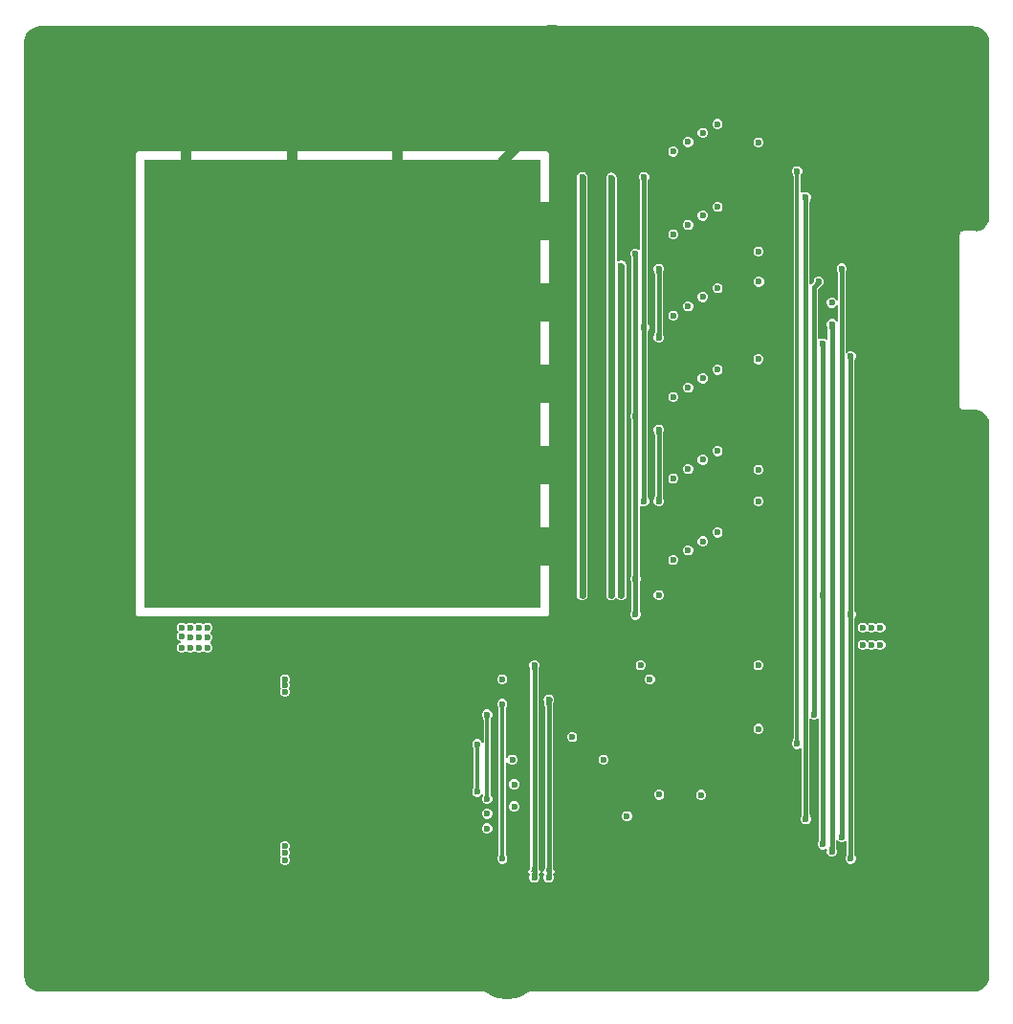
<source format=gbr>
G04*
G04 #@! TF.GenerationSoftware,Altium Limited,Altium Designer,25.8.1 (18)*
G04*
G04 Layer_Physical_Order=3*
G04 Layer_Color=16440176*
%FSLAX44Y44*%
%MOMM*%
G71*
G04*
G04 #@! TF.SameCoordinates,FED8D01D-8D25-4793-B94F-4791862208F0*
G04*
G04*
G04 #@! TF.FilePolarity,Positive*
G04*
G01*
G75*
%ADD44C,1.2700*%
%ADD65R,35.0520X39.6240*%
%ADD67C,6.0000*%
%ADD76C,0.9000*%
%ADD77C,0.3810*%
%ADD78C,0.6096*%
%ADD79C,0.3302*%
%ADD80C,0.4000*%
%ADD83C,0.8000*%
%ADD84C,0.7000*%
%ADD85C,0.6000*%
%ADD86C,0.3500*%
G36*
X12000Y852176D02*
X836783D01*
X838000Y852176D01*
X838050Y852178D01*
X839272Y852057D01*
X841682Y851740D01*
X845113Y850319D01*
X848059Y848058D01*
X850319Y845112D01*
X851740Y841682D01*
X852206Y838148D01*
X852176Y838000D01*
Y684290D01*
X852176Y683057D01*
X852178Y683022D01*
X852043Y681806D01*
X851792Y679898D01*
X850572Y676954D01*
X848632Y674425D01*
X846104Y672485D01*
X843160Y671266D01*
X840096Y670862D01*
X840000Y670882D01*
X828860D01*
X827779Y670667D01*
X826863Y670054D01*
X826251Y669138D01*
X826036Y668057D01*
Y515497D01*
X826251Y514416D01*
X826863Y513500D01*
X827779Y512888D01*
X828860Y512673D01*
X840000D01*
X840096Y512692D01*
X843160Y512289D01*
X846104Y511069D01*
X848632Y509129D01*
X850572Y506601D01*
X851792Y503657D01*
X852195Y500593D01*
X852176Y500497D01*
Y13233D01*
X852176Y12000D01*
X852177Y11965D01*
X852059Y10743D01*
X851740Y8318D01*
X850319Y4888D01*
X848058Y1942D01*
X845112Y-319D01*
X841682Y-1740D01*
X838148Y-2205D01*
X838000Y-2176D01*
X13218D01*
X12000Y-2176D01*
X11950Y-2177D01*
X10729Y-2057D01*
X8318Y-1740D01*
X4888Y-319D01*
X1942Y1942D01*
X-319Y4888D01*
X-1740Y8319D01*
X-2205Y11852D01*
X-2176Y12000D01*
Y836783D01*
X-2176Y838000D01*
X-2177Y838050D01*
X-2057Y839272D01*
X-1740Y841682D01*
X-319Y845113D01*
X1942Y848059D01*
X4888Y850319D01*
X8319Y851740D01*
X11852Y852206D01*
X12000Y852176D01*
D02*
G37*
%LPC*%
G36*
X823842Y840620D02*
X821845Y840620D01*
X822542Y838937D01*
X820195Y837965D01*
X819498Y839648D01*
X818085Y838235D01*
X817248Y836214D01*
X817248Y834216D01*
X818931Y834913D01*
X819903Y832567D01*
X818220Y831870D01*
X819633Y830457D01*
X821654Y829620D01*
X823652Y829620D01*
X822955Y831302D01*
X825301Y832274D01*
X825998Y830592D01*
X827411Y832004D01*
X828248Y834026D01*
X828248Y836023D01*
X826566Y835327D01*
X825594Y837673D01*
X827276Y838370D01*
X825864Y839782D01*
X823842Y840620D01*
D02*
G37*
G36*
X45842D02*
X43845Y840620D01*
X44542Y838937D01*
X42195Y837965D01*
X41498Y839648D01*
X40788Y838937D01*
X40086Y838235D01*
X39248Y836214D01*
X39248Y834216D01*
X40931Y834913D01*
X41903Y832567D01*
X40220Y831870D01*
X41633Y830457D01*
X43654Y829620D01*
X45652Y829620D01*
X44955Y831302D01*
X47301Y832274D01*
X47998Y830592D01*
X49411Y832004D01*
X50248Y834026D01*
X50248Y836023D01*
X48566Y835327D01*
X47594Y837673D01*
X49276Y838370D01*
X47864Y839782D01*
X45842Y840620D01*
D02*
G37*
G36*
X804340Y840620D02*
X803899Y840513D01*
X802136Y839783D01*
X800724Y838370D01*
X802406Y837673D01*
X801434Y835327D01*
X799752Y836023D01*
X799752Y834026D01*
X800589Y832004D01*
X802002Y830592D01*
X802699Y832274D01*
X805045Y831302D01*
X804348Y829620D01*
X806346Y829620D01*
X808367Y830457D01*
X809780Y831870D01*
X808097Y832567D01*
X809069Y834913D01*
X810752Y834216D01*
X810752Y836214D01*
X809914Y838235D01*
X808502Y839648D01*
X807805Y837965D01*
X805459Y838937D01*
X806155Y840620D01*
D01*
X804340Y840620D01*
D02*
G37*
G36*
X26158D02*
X24136Y839783D01*
X22724Y838370D01*
X24406Y837673D01*
X23434Y835327D01*
X21752Y836023D01*
X21752Y834026D01*
X22589Y832004D01*
X24002Y830592D01*
X24699Y832274D01*
X27045Y831302D01*
X26348Y829620D01*
X28346Y829620D01*
X30367Y830457D01*
X31780Y831870D01*
X30097Y832567D01*
X31069Y834913D01*
X32752Y834216D01*
X32752Y836214D01*
X31915Y838235D01*
X30502Y839648D01*
X29805Y837965D01*
X27459Y838937D01*
X28155Y840620D01*
X26158Y840620D01*
D02*
G37*
G36*
X838370Y827276D02*
X838189Y826840D01*
X838731Y826915D01*
X838370Y827276D01*
D02*
G37*
G36*
X793974Y828248D02*
X791977Y828248D01*
X792673Y826566D01*
X790327Y825594D01*
X789630Y827276D01*
X788217Y825864D01*
X787380Y823842D01*
X787380Y821845D01*
X789063Y822542D01*
X790035Y820195D01*
X788352Y819498D01*
X789765Y818085D01*
X791786Y817248D01*
X793784Y817248D01*
X793087Y818931D01*
X795433Y819903D01*
X796130Y818220D01*
X797543Y819633D01*
X798380Y821654D01*
X798380Y823652D01*
X796698Y822955D01*
X795726Y825301D01*
X797408Y825998D01*
X795996Y827411D01*
X793974Y828248D01*
D02*
G37*
G36*
X15974D02*
X13977Y828248D01*
X14674Y826566D01*
X12327Y825594D01*
X11630Y827276D01*
X10217Y825864D01*
X9380Y823842D01*
X9380Y821845D01*
X11063Y822542D01*
X12035Y820195D01*
X10352Y819498D01*
X11765Y818085D01*
X13786Y817248D01*
X15784Y817248D01*
X15087Y818931D01*
X17433Y819903D01*
X18130Y818220D01*
X19543Y819633D01*
X20380Y821654D01*
X20380Y823652D01*
X18698Y822955D01*
X17726Y825301D01*
X19408Y825998D01*
X17996Y827411D01*
X15974Y828248D01*
D02*
G37*
G36*
X834026D02*
X832004Y827411D01*
X830592Y825998D01*
X832274Y825301D01*
X831302Y822955D01*
X829620Y823652D01*
X829620Y821654D01*
X830457Y819633D01*
X831870Y818220D01*
X832567Y819903D01*
X834913Y818931D01*
X834216Y817248D01*
X836214Y817248D01*
X838235Y818085D01*
X839648Y819498D01*
X837965Y820195D01*
X838937Y822542D01*
X840620Y821845D01*
X840620Y823842D01*
X839783Y825864D01*
X839000Y826646D01*
X838109D01*
X837673Y825594D01*
X835327Y826566D01*
X836023Y828248D01*
X834026Y828248D01*
D02*
G37*
G36*
X56026D02*
X54004Y827411D01*
X52592Y825998D01*
X54274Y825301D01*
X53302Y822955D01*
X51620Y823652D01*
X51620Y821654D01*
X52457Y819633D01*
X53870Y818220D01*
X54567Y819903D01*
X56913Y818931D01*
X56216Y817248D01*
X58214Y817248D01*
X60235Y818085D01*
X61648Y819498D01*
X59965Y820195D01*
X60937Y822542D01*
X62620Y821845D01*
X62620Y823842D01*
X61783Y825864D01*
X60370Y827276D01*
X59673Y825594D01*
X57326Y826566D01*
X58023Y828248D01*
X56026Y828248D01*
D02*
G37*
G36*
X836214Y810752D02*
X834216Y810752D01*
X834913Y809069D01*
X832567Y808097D01*
X831870Y809780D01*
X830457Y808367D01*
X829620Y806346D01*
X829620Y804348D01*
X831302Y805045D01*
X832274Y802699D01*
X830592Y802002D01*
X832004Y800589D01*
X834026Y799752D01*
X836023Y799752D01*
X835327Y801434D01*
X837673Y802406D01*
X838370Y800724D01*
X839782Y802136D01*
X840620Y804158D01*
X840620Y806155D01*
X838937Y805459D01*
X837965Y807805D01*
X839648Y808502D01*
X838235Y809914D01*
X836214Y810752D01*
D02*
G37*
G36*
X58214D02*
X56216Y810752D01*
X56913Y809069D01*
X54567Y808097D01*
X53870Y809780D01*
X52457Y808367D01*
X51620Y806346D01*
X51620Y804348D01*
X53302Y805045D01*
X54274Y802699D01*
X52592Y802002D01*
X54004Y800589D01*
X56026Y799752D01*
X58023Y799752D01*
X57326Y801434D01*
X59673Y802406D01*
X60370Y800724D01*
X61783Y802136D01*
X62620Y804158D01*
X62620Y806155D01*
X60937Y805459D01*
X59965Y807805D01*
X61648Y808502D01*
X60235Y809914D01*
X58214Y810752D01*
D02*
G37*
G36*
X791786D02*
X789765Y809914D01*
X788352Y808502D01*
X790035Y807805D01*
X789063Y805459D01*
X787380Y806155D01*
X787380Y804158D01*
X788217Y802136D01*
X789630Y800724D01*
X790327Y802406D01*
X792673Y801434D01*
X791977Y799752D01*
X793974Y799752D01*
X795996Y800589D01*
X797408Y802002D01*
X795726Y802699D01*
X796698Y805045D01*
X798380Y804348D01*
X798380Y806346D01*
X797543Y808367D01*
X796130Y809780D01*
X795433Y808097D01*
X793087Y809069D01*
X793784Y810752D01*
X791786Y810752D01*
D02*
G37*
G36*
X13786D02*
X11765Y809914D01*
X10352Y808502D01*
X12035Y807805D01*
X11063Y805459D01*
X9380Y806155D01*
X9380Y804158D01*
X10217Y802136D01*
X11630Y800724D01*
X12327Y802406D01*
X14674Y801434D01*
X13977Y799752D01*
X15974Y799752D01*
X17996Y800589D01*
X19408Y802002D01*
X17726Y802699D01*
X18698Y805045D01*
X20380Y804348D01*
X20380Y806346D01*
X19543Y808367D01*
X18130Y809780D01*
X17433Y808097D01*
X15087Y809069D01*
X15784Y810752D01*
X13786Y810752D01*
D02*
G37*
G36*
X806346Y798380D02*
X804348Y798380D01*
X805045Y796698D01*
X802699Y795726D01*
X802002Y797408D01*
X800589Y795996D01*
X799752Y793974D01*
X799752Y791977D01*
X801434Y792673D01*
X802406Y790327D01*
X800724Y789630D01*
X802136Y788217D01*
X804158Y787380D01*
X806155Y787380D01*
X805459Y789063D01*
X807805Y790035D01*
X808502Y788352D01*
X809914Y789765D01*
X810752Y791786D01*
X810752Y793784D01*
X809069Y793087D01*
X808097Y795433D01*
X809780Y796130D01*
X808367Y797543D01*
X806346Y798380D01*
D02*
G37*
G36*
X28346D02*
X26348Y798380D01*
X27045Y796698D01*
X24699Y795726D01*
X24002Y797408D01*
X22589Y795996D01*
X21752Y793974D01*
X21752Y791977D01*
X23434Y792673D01*
X24406Y790327D01*
X22724Y789630D01*
X24136Y788217D01*
X26158Y787380D01*
X28155Y787380D01*
X27459Y789063D01*
X29805Y790035D01*
X30502Y788352D01*
X31915Y789765D01*
X32752Y791786D01*
X32752Y793784D01*
X31069Y793087D01*
X30097Y795433D01*
X31780Y796130D01*
X30367Y797543D01*
X28346Y798380D01*
D02*
G37*
G36*
X821654Y798380D02*
X819633Y797543D01*
X818220Y796130D01*
X819903Y795433D01*
X818931Y793087D01*
X817248Y793784D01*
X817248Y791786D01*
X818085Y789765D01*
X819498Y788352D01*
X820195Y790035D01*
X822542Y789063D01*
X821845Y787380D01*
X823842Y787380D01*
X825864Y788217D01*
X827276Y789630D01*
X825594Y790327D01*
X826566Y792673D01*
X828248Y791977D01*
X828248Y793974D01*
X827411Y795996D01*
X826709Y796698D01*
X825998Y797408D01*
X825301Y795726D01*
X822955Y796698D01*
X823652Y798380D01*
X821654Y798380D01*
D02*
G37*
G36*
X43654D02*
X41633Y797543D01*
X40220Y796130D01*
X41903Y795433D01*
X40931Y793087D01*
X39248Y793784D01*
X39248Y791786D01*
X40086Y789765D01*
X41498Y788352D01*
X42195Y790035D01*
X44542Y789063D01*
X43845Y787380D01*
X45842Y787380D01*
X47864Y788217D01*
X49276Y789630D01*
X47594Y790327D01*
X48566Y792673D01*
X50248Y791977D01*
X50248Y793974D01*
X49411Y795996D01*
X47998Y797408D01*
X47301Y795726D01*
X44955Y796698D01*
X45652Y798380D01*
X43654Y798380D01*
D02*
G37*
G36*
X612345Y770129D02*
X610555D01*
X608901Y769444D01*
X607635Y768178D01*
X606950Y766524D01*
Y764734D01*
X607635Y763080D01*
X608901Y761814D01*
X610555Y761129D01*
X612345D01*
X613999Y761814D01*
X615265Y763080D01*
X615950Y764734D01*
Y766524D01*
X615265Y768178D01*
X613999Y769444D01*
X612345Y770129D01*
D02*
G37*
G36*
X599345Y762310D02*
X597555D01*
X595901Y761625D01*
X594635Y760359D01*
X593950Y758705D01*
Y756915D01*
X594635Y755261D01*
X595901Y753995D01*
X597555Y753310D01*
X599345D01*
X600999Y753995D01*
X602265Y755261D01*
X602950Y756915D01*
Y758705D01*
X602265Y760359D01*
X600999Y761625D01*
X599345Y762310D01*
D02*
G37*
G36*
X586345Y754163D02*
X584555D01*
X582901Y753478D01*
X581635Y752212D01*
X580950Y750558D01*
Y748768D01*
X581635Y747114D01*
X582901Y745848D01*
X584555Y745163D01*
X586345D01*
X587999Y745848D01*
X589265Y747114D01*
X589950Y748768D01*
Y750558D01*
X589265Y752212D01*
X587999Y753478D01*
X586345Y754163D01*
D02*
G37*
G36*
X648595Y753800D02*
X646805D01*
X645151Y753115D01*
X643885Y751849D01*
X643200Y750195D01*
Y748405D01*
X643885Y746751D01*
X645151Y745485D01*
X646805Y744800D01*
X648595D01*
X650249Y745485D01*
X651515Y746751D01*
X652200Y748405D01*
Y750195D01*
X651515Y751849D01*
X650249Y753115D01*
X648595Y753800D01*
D02*
G37*
G36*
X573345Y745800D02*
X571555D01*
X569901Y745115D01*
X568635Y743849D01*
X567950Y742195D01*
Y740405D01*
X568635Y738751D01*
X569901Y737485D01*
X571555Y736800D01*
X573345D01*
X574999Y737485D01*
X576265Y738751D01*
X576950Y740405D01*
Y742195D01*
X576265Y743849D01*
X574999Y745115D01*
X573345Y745800D01*
D02*
G37*
G36*
X612345Y696849D02*
X610555D01*
X608901Y696164D01*
X607635Y694898D01*
X606950Y693244D01*
Y691454D01*
X607635Y689800D01*
X608901Y688534D01*
X610555Y687849D01*
X612345D01*
X613999Y688534D01*
X615265Y689800D01*
X615950Y691454D01*
Y693244D01*
X615265Y694898D01*
X613999Y696164D01*
X612345Y696849D01*
D02*
G37*
G36*
X599345Y689030D02*
X597555D01*
X595901Y688345D01*
X594635Y687079D01*
X593950Y685425D01*
Y683635D01*
X594635Y681981D01*
X595901Y680715D01*
X597555Y680030D01*
X599345D01*
X600999Y680715D01*
X602265Y681981D01*
X602950Y683635D01*
Y685425D01*
X602265Y687079D01*
X600999Y688345D01*
X599345Y689030D01*
D02*
G37*
G36*
X586345Y680883D02*
X584555D01*
X582901Y680198D01*
X581635Y678932D01*
X580950Y677278D01*
Y675488D01*
X581635Y673834D01*
X582901Y672568D01*
X584555Y671883D01*
X586345D01*
X587999Y672568D01*
X589265Y673834D01*
X589950Y675488D01*
Y677278D01*
X589265Y678932D01*
X587999Y680198D01*
X586345Y680883D01*
D02*
G37*
G36*
X573345Y672520D02*
X571555D01*
X569901Y671835D01*
X568635Y670569D01*
X567950Y668915D01*
Y667125D01*
X568635Y665471D01*
X569901Y664205D01*
X571555Y663520D01*
X573345D01*
X574999Y664205D01*
X576265Y665471D01*
X576950Y667125D01*
Y668915D01*
X576265Y670569D01*
X574999Y671835D01*
X573345Y672520D01*
D02*
G37*
G36*
X547345Y723320D02*
X545555D01*
X543901Y722635D01*
X542635Y721369D01*
X541950Y719715D01*
Y717925D01*
X542635Y716271D01*
X542847Y716059D01*
X542920Y714984D01*
X542921Y714693D01*
X542978Y714558D01*
Y654886D01*
X541708Y654360D01*
X541447Y654621D01*
X539793Y655306D01*
X538003D01*
X536349Y654621D01*
X535083Y653355D01*
X534398Y651701D01*
Y649911D01*
X535083Y648257D01*
X535200Y648140D01*
X535277Y646684D01*
X535330Y646574D01*
Y510979D01*
X535275Y510847D01*
X535274Y510521D01*
X535251Y509552D01*
X535248Y509520D01*
X535083Y509355D01*
X534398Y507701D01*
Y505911D01*
X535083Y504257D01*
X535200Y504140D01*
X535277Y502684D01*
X535330Y502574D01*
Y366978D01*
X535275Y366847D01*
X535274Y366521D01*
X535251Y365552D01*
X535248Y365520D01*
X535083Y365355D01*
X534398Y363701D01*
Y361911D01*
X535083Y360257D01*
X535240Y360101D01*
X535299Y359041D01*
X535300Y358742D01*
X535303Y358735D01*
X535301Y358728D01*
X535355Y358600D01*
Y335636D01*
X535301Y335510D01*
X535278Y334184D01*
X535277Y334161D01*
X535135Y334019D01*
X534450Y332365D01*
Y330575D01*
X535135Y328921D01*
X536401Y327655D01*
X538055Y326970D01*
X539845D01*
X541499Y327655D01*
X542765Y328921D01*
X543450Y330575D01*
Y332365D01*
X542765Y334019D01*
X542608Y334175D01*
X542549Y335235D01*
X542548Y335534D01*
X542545Y335541D01*
X542547Y335548D01*
X542493Y335676D01*
Y358640D01*
X542547Y358766D01*
X542570Y360092D01*
X542571Y360115D01*
X542713Y360257D01*
X543398Y361911D01*
Y363701D01*
X542713Y365355D01*
X542596Y365472D01*
X542519Y366928D01*
X542467Y367038D01*
Y427623D01*
X543737Y428149D01*
X543901Y427985D01*
X545555Y427300D01*
X547345D01*
X548999Y427985D01*
X550265Y429251D01*
X550950Y430905D01*
Y432695D01*
X550265Y434349D01*
X550053Y434561D01*
X549980Y435636D01*
X549979Y435927D01*
X549922Y436062D01*
Y581200D01*
X549978Y581333D01*
X549986Y581956D01*
X550006Y582409D01*
X550034Y582690D01*
X550265Y582921D01*
X550950Y584575D01*
Y586365D01*
X550265Y588019D01*
X550053Y588231D01*
X549980Y589306D01*
X549979Y589597D01*
X549922Y589732D01*
Y714550D01*
X549978Y714683D01*
X549986Y715306D01*
X550006Y715759D01*
X550034Y716040D01*
X550265Y716271D01*
X550950Y717925D01*
Y719715D01*
X550265Y721369D01*
X548999Y722635D01*
X547345Y723320D01*
D02*
G37*
G36*
X648595Y657280D02*
X646805D01*
X645151Y656595D01*
X643885Y655329D01*
X643200Y653675D01*
Y651885D01*
X643885Y650231D01*
X645151Y648965D01*
X646805Y648280D01*
X648595D01*
X650249Y648965D01*
X651515Y650231D01*
X652200Y651885D01*
Y653675D01*
X651515Y655329D01*
X650249Y656595D01*
X648595Y657280D01*
D02*
G37*
G36*
X648906Y630538D02*
X647115D01*
X645462Y629852D01*
X644196Y628587D01*
X643511Y626933D01*
Y625143D01*
X644196Y623489D01*
X645462Y622223D01*
X647115Y621538D01*
X648906D01*
X650560Y622223D01*
X651825Y623489D01*
X652511Y625143D01*
Y626933D01*
X651825Y628587D01*
X650560Y629852D01*
X648906Y630538D01*
D02*
G37*
G36*
X612345Y624849D02*
X610555D01*
X608901Y624164D01*
X607635Y622898D01*
X606950Y621244D01*
Y619454D01*
X607635Y617800D01*
X608901Y616534D01*
X610555Y615849D01*
X612345D01*
X613999Y616534D01*
X615265Y617800D01*
X615950Y619454D01*
Y621244D01*
X615265Y622898D01*
X613999Y624164D01*
X612345Y624849D01*
D02*
G37*
G36*
X599345Y617030D02*
X597555D01*
X595901Y616345D01*
X594635Y615079D01*
X593950Y613425D01*
Y611635D01*
X594635Y609981D01*
X595901Y608715D01*
X597555Y608030D01*
X599345D01*
X600999Y608715D01*
X602265Y609981D01*
X602950Y611635D01*
Y613425D01*
X602265Y615079D01*
X600999Y616345D01*
X599345Y617030D01*
D02*
G37*
G36*
X586345Y608883D02*
X584555D01*
X582901Y608198D01*
X581635Y606932D01*
X580950Y605278D01*
Y603488D01*
X581635Y601834D01*
X582901Y600568D01*
X584555Y599883D01*
X586345D01*
X587999Y600568D01*
X589265Y601834D01*
X589950Y603488D01*
Y605278D01*
X589265Y606932D01*
X587999Y608198D01*
X586345Y608883D01*
D02*
G37*
G36*
X573345Y600520D02*
X571555D01*
X569901Y599835D01*
X568635Y598569D01*
X567950Y596915D01*
Y595125D01*
X568635Y593471D01*
X569901Y592205D01*
X571555Y591520D01*
X573345D01*
X574999Y592205D01*
X576265Y593471D01*
X576950Y595125D01*
Y596915D01*
X576265Y598569D01*
X574999Y599835D01*
X573345Y600520D01*
D02*
G37*
G36*
X560345Y642040D02*
X558555D01*
X556901Y641355D01*
X555635Y640089D01*
X554950Y638435D01*
Y636645D01*
X555635Y634991D01*
X555847Y634780D01*
X555920Y633703D01*
X555921Y633413D01*
X555978Y633278D01*
Y580849D01*
X555922Y580717D01*
X555914Y580094D01*
X555894Y579641D01*
X555866Y579360D01*
X555635Y579129D01*
X554950Y577475D01*
Y575685D01*
X555635Y574031D01*
X556901Y572765D01*
X558555Y572080D01*
X560345D01*
X561999Y572765D01*
X563265Y574031D01*
X563950Y575685D01*
Y577475D01*
X563265Y579129D01*
X563053Y579341D01*
X562980Y580417D01*
X562979Y580707D01*
X562922Y580842D01*
Y633270D01*
X562979Y633403D01*
X562986Y634026D01*
X563006Y634479D01*
X563034Y634760D01*
X563265Y634991D01*
X563950Y636645D01*
Y638435D01*
X563265Y640089D01*
X561999Y641355D01*
X560345Y642040D01*
D02*
G37*
G36*
X648595Y562046D02*
X646805D01*
X645151Y561361D01*
X643885Y560095D01*
X643200Y558441D01*
Y556651D01*
X643885Y554997D01*
X645151Y553731D01*
X646805Y553046D01*
X648595D01*
X650249Y553731D01*
X651515Y554997D01*
X652200Y556651D01*
Y558441D01*
X651515Y560095D01*
X650249Y561361D01*
X648595Y562046D01*
D02*
G37*
G36*
X612345Y552849D02*
X610555D01*
X608901Y552164D01*
X607635Y550898D01*
X606950Y549244D01*
Y547454D01*
X607635Y545800D01*
X608901Y544534D01*
X610555Y543849D01*
X612345D01*
X613999Y544534D01*
X615265Y545800D01*
X615950Y547454D01*
Y549244D01*
X615265Y550898D01*
X613999Y552164D01*
X612345Y552849D01*
D02*
G37*
G36*
X599345Y545030D02*
X597555D01*
X595901Y544345D01*
X594635Y543079D01*
X593950Y541425D01*
Y539635D01*
X594635Y537981D01*
X595901Y536715D01*
X597555Y536030D01*
X599345D01*
X600999Y536715D01*
X602265Y537981D01*
X602950Y539635D01*
Y541425D01*
X602265Y543079D01*
X600999Y544345D01*
X599345Y545030D01*
D02*
G37*
G36*
X586345Y536883D02*
X584555D01*
X582901Y536198D01*
X581635Y534932D01*
X580950Y533278D01*
Y531488D01*
X581635Y529834D01*
X582901Y528568D01*
X584555Y527883D01*
X586345D01*
X587999Y528568D01*
X589265Y529834D01*
X589950Y531488D01*
Y533278D01*
X589265Y534932D01*
X587999Y536198D01*
X586345Y536883D01*
D02*
G37*
G36*
X573345Y528520D02*
X571555D01*
X569901Y527835D01*
X568635Y526569D01*
X567950Y524915D01*
Y523125D01*
X568635Y521471D01*
X569901Y520205D01*
X571555Y519520D01*
X573345D01*
X574999Y520205D01*
X576265Y521471D01*
X576950Y523125D01*
Y524915D01*
X576265Y526569D01*
X574999Y527835D01*
X573345Y528520D01*
D02*
G37*
G36*
X612345Y480849D02*
X610555D01*
X608901Y480164D01*
X607635Y478898D01*
X606950Y477244D01*
Y475454D01*
X607635Y473800D01*
X608901Y472534D01*
X610555Y471849D01*
X612345D01*
X613999Y472534D01*
X615265Y473800D01*
X615950Y475454D01*
Y477244D01*
X615265Y478898D01*
X613999Y480164D01*
X612345Y480849D01*
D02*
G37*
G36*
X599345Y473030D02*
X597555D01*
X595901Y472345D01*
X594635Y471079D01*
X593950Y469425D01*
Y467635D01*
X594635Y465981D01*
X595901Y464715D01*
X597555Y464030D01*
X599345D01*
X600999Y464715D01*
X602265Y465981D01*
X602950Y467635D01*
Y469425D01*
X602265Y471079D01*
X600999Y472345D01*
X599345Y473030D01*
D02*
G37*
G36*
X586345Y464883D02*
X584555D01*
X582901Y464198D01*
X581635Y462932D01*
X580950Y461278D01*
Y459488D01*
X581635Y457834D01*
X582901Y456568D01*
X584555Y455883D01*
X586345D01*
X587999Y456568D01*
X589265Y457834D01*
X589950Y459488D01*
Y461278D01*
X589265Y462932D01*
X587999Y464198D01*
X586345Y464883D01*
D02*
G37*
G36*
X648595Y464240D02*
X646805D01*
X645151Y463555D01*
X643885Y462289D01*
X643200Y460635D01*
Y458845D01*
X643885Y457191D01*
X645151Y455925D01*
X646805Y455240D01*
X648595D01*
X650249Y455925D01*
X651515Y457191D01*
X652200Y458845D01*
Y460635D01*
X651515Y462289D01*
X650249Y463555D01*
X648595Y464240D01*
D02*
G37*
G36*
X573345Y456520D02*
X571555D01*
X569901Y455835D01*
X568635Y454569D01*
X567950Y452915D01*
Y451125D01*
X568635Y449471D01*
X569901Y448205D01*
X571555Y447520D01*
X573345D01*
X574999Y448205D01*
X576265Y449471D01*
X576950Y451125D01*
Y452915D01*
X576265Y454569D01*
X574999Y455835D01*
X573345Y456520D01*
D02*
G37*
G36*
X648595Y436300D02*
X646805D01*
X645151Y435615D01*
X643885Y434349D01*
X643200Y432695D01*
Y430905D01*
X643885Y429251D01*
X645151Y427985D01*
X646805Y427300D01*
X648595D01*
X650249Y427985D01*
X651515Y429251D01*
X652200Y430905D01*
Y432695D01*
X651515Y434349D01*
X650249Y435615D01*
X648595Y436300D01*
D02*
G37*
G36*
X560345Y499800D02*
X558555D01*
X556901Y499115D01*
X555635Y497849D01*
X554950Y496195D01*
Y494405D01*
X555635Y492751D01*
X555847Y492539D01*
X555920Y491464D01*
X555921Y491173D01*
X555978Y491038D01*
Y436069D01*
X555922Y435937D01*
X555914Y435314D01*
X555894Y434861D01*
X555866Y434580D01*
X555635Y434349D01*
X554950Y432695D01*
Y430905D01*
X555635Y429251D01*
X556901Y427985D01*
X558555Y427300D01*
X560345D01*
X561999Y427985D01*
X563265Y429251D01*
X563950Y430905D01*
Y432695D01*
X563265Y434349D01*
X563053Y434561D01*
X562980Y435637D01*
X562979Y435927D01*
X562922Y436062D01*
Y491031D01*
X562979Y491163D01*
X562986Y491786D01*
X563006Y492239D01*
X563034Y492520D01*
X563265Y492751D01*
X563950Y494405D01*
Y496195D01*
X563265Y497849D01*
X561999Y499115D01*
X560345Y499800D01*
D02*
G37*
G36*
X612345Y408849D02*
X610555D01*
X608901Y408164D01*
X607635Y406898D01*
X606950Y405244D01*
Y403454D01*
X607635Y401800D01*
X608901Y400534D01*
X610555Y399849D01*
X612345D01*
X613999Y400534D01*
X615265Y401800D01*
X615950Y403454D01*
Y405244D01*
X615265Y406898D01*
X613999Y408164D01*
X612345Y408849D01*
D02*
G37*
G36*
X599345Y401030D02*
X597555D01*
X595901Y400345D01*
X594635Y399079D01*
X593950Y397425D01*
Y395635D01*
X594635Y393981D01*
X595901Y392715D01*
X597555Y392030D01*
X599345D01*
X600999Y392715D01*
X602265Y393981D01*
X602950Y395635D01*
Y397425D01*
X602265Y399079D01*
X600999Y400345D01*
X599345Y401030D01*
D02*
G37*
G36*
X823842Y390620D02*
X821845Y390620D01*
X822542Y388937D01*
X820195Y387965D01*
X819498Y389648D01*
X818085Y388235D01*
X817248Y386214D01*
X817248Y384216D01*
X818931Y384913D01*
X819903Y382567D01*
X818220Y381870D01*
X819633Y380457D01*
X821654Y379620D01*
X823652Y379620D01*
X822955Y381302D01*
X825301Y382274D01*
X825998Y380592D01*
X827411Y382004D01*
X828248Y384026D01*
X828248Y386023D01*
X826566Y385326D01*
X825594Y387673D01*
X827276Y388370D01*
X825864Y389783D01*
X823842Y390620D01*
D02*
G37*
G36*
X45842D02*
X43845Y390620D01*
X44542Y388937D01*
X42195Y387965D01*
X41498Y389648D01*
X40086Y388235D01*
X39248Y386214D01*
X39248Y384216D01*
X40931Y384913D01*
X41903Y382567D01*
X40220Y381870D01*
X41633Y380457D01*
X43654Y379620D01*
X45652Y379620D01*
X44955Y381302D01*
X47301Y382274D01*
X47998Y380592D01*
X49411Y382004D01*
X50248Y384026D01*
X50248Y386023D01*
X48566Y385326D01*
X47594Y387673D01*
X49276Y388370D01*
X47864Y389783D01*
X45842Y390620D01*
D02*
G37*
G36*
X804158Y390620D02*
X802136Y389783D01*
X800724Y388370D01*
X802406Y387673D01*
X801434Y385326D01*
X799752Y386023D01*
X799752Y384026D01*
X800589Y382004D01*
X802002Y380592D01*
X802699Y382274D01*
X805045Y381302D01*
X804348Y379620D01*
X806346Y379620D01*
X808367Y380457D01*
X809780Y381870D01*
X808097Y382567D01*
X809069Y384913D01*
X810752Y384216D01*
X810752Y386214D01*
X809914Y388235D01*
X808502Y389648D01*
X807805Y387965D01*
X805459Y388937D01*
X806155Y390620D01*
X804158Y390620D01*
D02*
G37*
G36*
X26158D02*
X24136Y389783D01*
X22724Y388370D01*
X24406Y387673D01*
X23434Y385326D01*
X21752Y386023D01*
X21752Y384026D01*
X22589Y382004D01*
X24002Y380592D01*
X24699Y382274D01*
X27045Y381302D01*
X26348Y379620D01*
X28346Y379620D01*
X30367Y380457D01*
X31780Y381870D01*
X30097Y382567D01*
X31069Y384913D01*
X32752Y384216D01*
X32752Y386214D01*
X31915Y388235D01*
X30502Y389648D01*
X29805Y387965D01*
X27459Y388937D01*
X28155Y390620D01*
X26158Y390620D01*
D02*
G37*
G36*
X586345Y392883D02*
X584555D01*
X582901Y392198D01*
X581635Y390932D01*
X580950Y389278D01*
Y387488D01*
X581635Y385834D01*
X582901Y384568D01*
X584555Y383883D01*
X586345D01*
X587999Y384568D01*
X589265Y385834D01*
X589950Y387488D01*
Y389278D01*
X589265Y390932D01*
X587999Y392198D01*
X586345Y392883D01*
D02*
G37*
G36*
X793974Y378248D02*
X791977Y378248D01*
X792673Y376566D01*
X790327Y375594D01*
X789630Y377276D01*
X788217Y375864D01*
X787380Y373842D01*
X787380Y371845D01*
X789063Y372542D01*
X790035Y370195D01*
X788352Y369498D01*
X789765Y368086D01*
X791786Y367248D01*
X793784Y367248D01*
X793087Y368931D01*
X795433Y369903D01*
X796130Y368220D01*
X797543Y369633D01*
X798380Y371654D01*
X798380Y373652D01*
X796698Y372955D01*
X795726Y375301D01*
X797408Y375998D01*
X795996Y377411D01*
X793974Y378248D01*
D02*
G37*
G36*
X15974D02*
X13977Y378248D01*
X14674Y376566D01*
X12327Y375594D01*
X11630Y377276D01*
X10217Y375864D01*
X9380Y373842D01*
X9380Y371845D01*
X11063Y372542D01*
X12035Y370195D01*
X10352Y369498D01*
X11765Y368086D01*
X13786Y367248D01*
X15784Y367248D01*
X15087Y368931D01*
X17433Y369903D01*
X18130Y368220D01*
X19543Y369633D01*
X20380Y371654D01*
X20380Y373652D01*
X18698Y372955D01*
X17726Y375301D01*
X19408Y375998D01*
X17996Y377411D01*
X15974Y378248D01*
D02*
G37*
G36*
X573345Y384520D02*
X571555D01*
X569901Y383835D01*
X568635Y382569D01*
X567950Y380915D01*
Y379125D01*
X568635Y377471D01*
X569901Y376205D01*
X571555Y375520D01*
X573345D01*
X574999Y376205D01*
X576265Y377471D01*
X576950Y379125D01*
Y380915D01*
X576265Y382569D01*
X574999Y383835D01*
X573345Y384520D01*
D02*
G37*
G36*
X834026Y378248D02*
X832004Y377411D01*
X830592Y375998D01*
X832274Y375301D01*
X831302Y372955D01*
X829620Y373652D01*
X829620Y371654D01*
X830457Y369633D01*
X831870Y368220D01*
X832567Y369903D01*
X834913Y368931D01*
X834216Y367248D01*
X836214Y367248D01*
X838235Y368086D01*
X839648Y369498D01*
X837965Y370195D01*
X838937Y372542D01*
X840620Y371845D01*
X840620Y373842D01*
X839783Y375864D01*
X838370Y377276D01*
X837673Y375594D01*
X835327Y376566D01*
X836023Y378248D01*
X834026Y378248D01*
D02*
G37*
G36*
X56026D02*
X54004Y377411D01*
X52592Y375998D01*
X54274Y375301D01*
X53302Y372955D01*
X51620Y373652D01*
X51620Y371654D01*
X52457Y369633D01*
X53870Y368220D01*
X54567Y369903D01*
X56913Y368931D01*
X56216Y367248D01*
X58214Y367248D01*
X60235Y368086D01*
X61648Y369498D01*
X59965Y370195D01*
X60937Y372542D01*
X62620Y371845D01*
X62620Y373842D01*
X61783Y375864D01*
X60370Y377276D01*
X59673Y375594D01*
X57326Y376566D01*
X58023Y378248D01*
X56026Y378248D01*
D02*
G37*
G36*
X836214Y360752D02*
X834216Y360752D01*
X834913Y359069D01*
X832567Y358097D01*
X831870Y359780D01*
X830457Y358367D01*
X829620Y356346D01*
X829620Y354348D01*
X831302Y355045D01*
X832274Y352699D01*
X830592Y352002D01*
X832004Y350589D01*
X834026Y349752D01*
X836023Y349752D01*
X835327Y351434D01*
X837673Y352406D01*
X838094Y351390D01*
X839037D01*
X839782Y352136D01*
X840620Y354158D01*
X840620Y356155D01*
X838937Y355458D01*
X837965Y357805D01*
X839648Y358502D01*
X838235Y359915D01*
X836214Y360752D01*
D02*
G37*
G36*
X58214D02*
X56216Y360752D01*
X56913Y359069D01*
X54567Y358097D01*
X53870Y359780D01*
X52457Y358367D01*
X51620Y356346D01*
X51620Y354348D01*
X53302Y355045D01*
X54274Y352699D01*
X52592Y352002D01*
X54004Y350589D01*
X56026Y349752D01*
X58023Y349752D01*
X57326Y351434D01*
X59673Y352406D01*
X60370Y350724D01*
X61783Y352136D01*
X62620Y354158D01*
X62620Y356155D01*
X60937Y355458D01*
X59965Y357805D01*
X61648Y358502D01*
X60235Y359915D01*
X58214Y360752D01*
D02*
G37*
G36*
X791786D02*
X789765Y359915D01*
X788352Y358502D01*
X790035Y357805D01*
X789063Y355458D01*
X787380Y356155D01*
X787380Y354158D01*
X788217Y352136D01*
X789630Y350724D01*
X790327Y352406D01*
X792673Y351434D01*
X791977Y349752D01*
X793974Y349752D01*
X795996Y350589D01*
X797408Y352002D01*
X795726Y352699D01*
X796698Y355045D01*
X798380Y354348D01*
X798380Y356346D01*
X797543Y358367D01*
X796130Y359780D01*
X795433Y358097D01*
X793087Y359069D01*
X793784Y360752D01*
X791786Y360752D01*
D02*
G37*
G36*
X13786D02*
X11765Y359915D01*
X10352Y358502D01*
X12035Y357805D01*
X11063Y355458D01*
X9380Y356155D01*
X9380Y354158D01*
X10217Y352136D01*
X11630Y350724D01*
X12327Y352406D01*
X14674Y351434D01*
X13977Y349752D01*
X15974Y349752D01*
X17996Y350589D01*
X19408Y352002D01*
X17726Y352699D01*
X18698Y355045D01*
X20380Y354348D01*
X20380Y356346D01*
X19543Y358367D01*
X18130Y359780D01*
X17433Y358097D01*
X15087Y359069D01*
X15784Y360752D01*
X13786Y360752D01*
D02*
G37*
G36*
X838172Y351201D02*
X838370Y350724D01*
X838766Y351119D01*
X838172Y351201D01*
D02*
G37*
G36*
X806346Y348380D02*
X804348Y348380D01*
X805045Y346698D01*
X802699Y345726D01*
X802002Y347408D01*
X800589Y345996D01*
X799752Y343974D01*
X799752Y341977D01*
X801434Y342673D01*
X802406Y340327D01*
X800724Y339630D01*
X802136Y338218D01*
X804158Y337380D01*
X806155Y337380D01*
X805459Y339063D01*
X807805Y340035D01*
X808502Y338352D01*
X809914Y339765D01*
X810752Y341786D01*
X810752Y343784D01*
X809069Y343087D01*
X808097Y345433D01*
X809780Y346130D01*
X808367Y347543D01*
X806346Y348380D01*
D02*
G37*
G36*
X28346D02*
X26348Y348380D01*
X27045Y346698D01*
X24699Y345726D01*
X24002Y347408D01*
X22589Y345996D01*
X21752Y343974D01*
X21752Y341977D01*
X23434Y342673D01*
X24406Y340327D01*
X22724Y339630D01*
X24136Y338218D01*
X26158Y337380D01*
X28155Y337380D01*
X27459Y339063D01*
X29805Y340035D01*
X30502Y338352D01*
X31915Y339765D01*
X32752Y341786D01*
X32752Y343784D01*
X31069Y343087D01*
X30097Y345433D01*
X31780Y346130D01*
X30367Y347543D01*
X28346Y348380D01*
D02*
G37*
G36*
X560345Y353310D02*
X558555D01*
X556901Y352625D01*
X555635Y351359D01*
X554950Y349705D01*
Y347915D01*
X555635Y346261D01*
X556901Y344995D01*
X558555Y344310D01*
X560345D01*
X561999Y344995D01*
X563265Y346261D01*
X563950Y347915D01*
Y349705D01*
X563265Y351359D01*
X561999Y352625D01*
X560345Y353310D01*
D02*
G37*
G36*
X517650Y722677D02*
X516961Y722540D01*
X516755D01*
X516565Y722461D01*
X515876Y722324D01*
X515291Y721934D01*
X515101Y721855D01*
X514955Y721709D01*
X514371Y721319D01*
X513981Y720734D01*
X513835Y720589D01*
X513756Y720399D01*
X513366Y719815D01*
X513229Y719125D01*
X513150Y718935D01*
Y718729D01*
X513013Y718040D01*
Y575018D01*
X512979Y574935D01*
Y573145D01*
X513013Y573062D01*
Y430040D01*
Y348810D01*
X513150Y348121D01*
Y347915D01*
X513229Y347725D01*
X513366Y347035D01*
X513756Y346451D01*
X513835Y346261D01*
X513981Y346115D01*
X514371Y345531D01*
X514955Y345141D01*
X515101Y344995D01*
X515291Y344916D01*
X515876Y344526D01*
X516565Y344389D01*
X516755Y344310D01*
X516961D01*
X517650Y344173D01*
X518339Y344310D01*
X518545D01*
X518735Y344389D01*
X519425Y344526D01*
X520009Y344916D01*
X520199Y344995D01*
X520345Y345141D01*
X520929Y345531D01*
X521221Y345969D01*
X521423Y346049D01*
X521985Y346159D01*
X522547Y346049D01*
X522749Y345969D01*
X523041Y345531D01*
X523625Y345141D01*
X523771Y344995D01*
X523961Y344916D01*
X524546Y344526D01*
X525235Y344389D01*
X525425Y344310D01*
X525631D01*
X526320Y344173D01*
X527009Y344310D01*
X527215D01*
X527405Y344389D01*
X528094Y344526D01*
X528679Y344916D01*
X528869Y344995D01*
X529015Y345141D01*
X529599Y345531D01*
X529989Y346115D01*
X530135Y346261D01*
X530214Y346451D01*
X530604Y347035D01*
X530741Y347725D01*
X530820Y347915D01*
Y348121D01*
X530957Y348810D01*
Y496311D01*
Y640311D01*
X530820Y641000D01*
Y641206D01*
X530741Y641396D01*
X530604Y642085D01*
X530214Y642670D01*
X530135Y642860D01*
X529989Y643006D01*
X529599Y643590D01*
X529015Y643980D01*
X528869Y644126D01*
X528679Y644205D01*
X528094Y644595D01*
X527405Y644732D01*
X527215Y644811D01*
X527009D01*
X526320Y644948D01*
X525631Y644811D01*
X525425D01*
X525235Y644732D01*
X524546Y644595D01*
X523961Y644205D01*
X523771Y644126D01*
X523625Y643980D01*
X523557Y643935D01*
X522287Y644574D01*
Y718040D01*
X522150Y718729D01*
Y718935D01*
X522071Y719125D01*
X521934Y719815D01*
X521544Y720399D01*
X521465Y720589D01*
X521319Y720734D01*
X520929Y721319D01*
X520345Y721709D01*
X520199Y721855D01*
X520009Y721934D01*
X519425Y722324D01*
X518735Y722461D01*
X518545Y722540D01*
X518339D01*
X517650Y722677D01*
D02*
G37*
G36*
X491640Y723457D02*
X490951Y723320D01*
X490745D01*
X490555Y723241D01*
X489865Y723104D01*
X489281Y722714D01*
X489091Y722635D01*
X488946Y722489D01*
X488361Y722099D01*
X487971Y721515D01*
X487825Y721369D01*
X487746Y721179D01*
X487356Y720594D01*
X487219Y719905D01*
X487140Y719715D01*
Y719509D01*
X487003Y718820D01*
Y574040D01*
X487003Y574040D01*
X487003Y574040D01*
Y429260D01*
X487003Y429260D01*
X487003Y429260D01*
Y348810D01*
X487140Y348121D01*
Y347915D01*
X487219Y347725D01*
X487356Y347035D01*
X487746Y346451D01*
X487825Y346261D01*
X487971Y346115D01*
X488361Y345531D01*
X488946Y345141D01*
X489091Y344995D01*
X489281Y344916D01*
X489865Y344526D01*
X490555Y344389D01*
X490745Y344310D01*
X490951D01*
X491640Y344173D01*
X492329Y344310D01*
X492535D01*
X492725Y344389D01*
X493415Y344526D01*
X493999Y344916D01*
X494189Y344995D01*
X494334Y345141D01*
X494919Y345531D01*
X495309Y346115D01*
X495455Y346261D01*
X495534Y346451D01*
X495924Y347035D01*
X496061Y347725D01*
X496140Y347915D01*
Y348121D01*
X496277Y348810D01*
Y429260D01*
X496277Y429260D01*
Y574040D01*
X496277Y574040D01*
Y718820D01*
X496140Y719509D01*
Y719715D01*
X496061Y719905D01*
X495924Y720594D01*
X495534Y721179D01*
X495455Y721369D01*
X495309Y721515D01*
X494919Y722099D01*
X494334Y722489D01*
X494189Y722635D01*
X493999Y722714D01*
X493415Y723104D01*
X492725Y723241D01*
X492535Y723320D01*
X492329D01*
X491640Y723457D01*
D02*
G37*
G36*
X821654Y348380D02*
X819633Y347543D01*
X818220Y346130D01*
X819903Y345433D01*
X818931Y343087D01*
X817248Y343784D01*
X817248Y341786D01*
X818085Y339765D01*
X819498Y338352D01*
X820195Y340035D01*
X822542Y339063D01*
X821845Y337380D01*
X823842Y337380D01*
X825864Y338217D01*
X827276Y339630D01*
X825594Y340327D01*
X826566Y342673D01*
X828248Y341977D01*
X828248Y343974D01*
X827411Y345996D01*
X825998Y347408D01*
X825301Y345726D01*
X822955Y346698D01*
X823652Y348380D01*
X821654Y348380D01*
D02*
G37*
G36*
X43654D02*
X41633Y347543D01*
X40220Y346130D01*
X41903Y345433D01*
X40931Y343087D01*
X39248Y343784D01*
X39248Y341786D01*
X40086Y339765D01*
X41498Y338352D01*
X42195Y340035D01*
X44542Y339063D01*
X43845Y337380D01*
X45842Y337380D01*
X47864Y338217D01*
X49276Y339630D01*
X47594Y340327D01*
X48566Y342673D01*
X50248Y341977D01*
X50248Y343974D01*
X49411Y345996D01*
X47998Y347408D01*
X47301Y345726D01*
X44955Y346698D01*
X45652Y348380D01*
X43654Y348380D01*
D02*
G37*
G36*
X459740Y741689D02*
X99060D01*
X98085Y741495D01*
X97258Y740942D01*
X96705Y740115D01*
X96511Y739140D01*
Y332740D01*
X96705Y331765D01*
X97258Y330938D01*
X98085Y330385D01*
X99060Y330191D01*
X459740D01*
X460715Y330385D01*
X461542Y330938D01*
X462095Y331765D01*
X462289Y332740D01*
X462289Y739140D01*
X462095Y740115D01*
X461542Y740942D01*
X460715Y741495D01*
X459740Y741689D01*
D02*
G37*
G36*
X756545Y324540D02*
X754755D01*
X753101Y323855D01*
X751840Y322594D01*
X750579Y323855D01*
X748925Y324540D01*
X747135D01*
X745481Y323855D01*
X744880Y323254D01*
X744050Y322699D01*
X743221Y323254D01*
X742620Y323855D01*
X740966Y324540D01*
X739175D01*
X737522Y323855D01*
X736256Y322589D01*
X735571Y320935D01*
Y319145D01*
X736256Y317491D01*
X737522Y316225D01*
X739175Y315540D01*
X740966D01*
X742620Y316225D01*
X743221Y316826D01*
X744050Y317381D01*
X744880Y316826D01*
X745481Y316225D01*
X747135Y315540D01*
X748925D01*
X750579Y316225D01*
X751840Y317486D01*
X753101Y316225D01*
X754755Y315540D01*
X756545D01*
X758199Y316225D01*
X759465Y317491D01*
X760150Y319145D01*
Y320935D01*
X759465Y322589D01*
X758199Y323855D01*
X756545Y324540D01*
D02*
G37*
G36*
X160915D02*
X159125D01*
X157471Y323855D01*
X156210Y322594D01*
X154949Y323855D01*
X153295Y324540D01*
X151505D01*
X149851Y323855D01*
X148710Y322714D01*
X147569Y323855D01*
X145915Y324540D01*
X144125D01*
X142471Y323855D01*
X141920Y323304D01*
X141090Y322676D01*
X140260Y323304D01*
X139709Y323855D01*
X138055Y324540D01*
X136265D01*
X134611Y323855D01*
X133345Y322589D01*
X132660Y320935D01*
Y319145D01*
X133345Y317491D01*
X134606Y316230D01*
X133345Y314969D01*
X132660Y313315D01*
Y311525D01*
X133345Y309871D01*
X134611Y308605D01*
X136132Y307975D01*
X136201Y307340D01*
X136132Y306705D01*
X134611Y306075D01*
X133345Y304809D01*
X132660Y303155D01*
Y301365D01*
X133345Y299711D01*
X134611Y298445D01*
X136265Y297760D01*
X138055D01*
X139709Y298445D01*
X140260Y298996D01*
X141090Y299624D01*
X141920Y298996D01*
X142471Y298445D01*
X144125Y297760D01*
X145915D01*
X147569Y298445D01*
X148710Y299586D01*
X149851Y298445D01*
X151505Y297760D01*
X153295D01*
X154949Y298445D01*
X156210Y299706D01*
X157471Y298445D01*
X159125Y297760D01*
X160915D01*
X162569Y298445D01*
X163835Y299711D01*
X164520Y301365D01*
Y303155D01*
X163835Y304809D01*
X162569Y306075D01*
X162296Y306188D01*
Y307563D01*
X162569Y307675D01*
X163835Y308941D01*
X164520Y310595D01*
Y312386D01*
X163835Y314039D01*
X162891Y314984D01*
X162688Y315765D01*
X162891Y316547D01*
X163835Y317491D01*
X164520Y319145D01*
Y320935D01*
X163835Y322589D01*
X162569Y323855D01*
X160915Y324540D01*
D02*
G37*
G36*
X756545Y309300D02*
X754755D01*
X753101Y308615D01*
X751840Y307354D01*
X750579Y308615D01*
X748925Y309300D01*
X747135D01*
X745481Y308615D01*
X744880Y308014D01*
X744050Y307459D01*
X743221Y308014D01*
X742620Y308615D01*
X740966Y309300D01*
X739175D01*
X737522Y308615D01*
X736256Y307349D01*
X735571Y305695D01*
Y303905D01*
X736256Y302251D01*
X737522Y300985D01*
X739175Y300300D01*
X740966D01*
X742620Y300985D01*
X743221Y301586D01*
X744050Y302141D01*
X744880Y301586D01*
X745481Y300985D01*
X747135Y300300D01*
X748925D01*
X750579Y300985D01*
X751840Y302246D01*
X753101Y300985D01*
X754755Y300300D01*
X756545D01*
X758199Y300985D01*
X759465Y302251D01*
X760150Y303905D01*
Y305695D01*
X759465Y307349D01*
X758199Y308615D01*
X756545Y309300D01*
D02*
G37*
G36*
X648595Y291393D02*
X646805D01*
X645151Y290708D01*
X643885Y289442D01*
X643200Y287788D01*
Y285998D01*
X643885Y284344D01*
X645151Y283078D01*
X646805Y282393D01*
X648595D01*
X650249Y283078D01*
X651515Y284344D01*
X652200Y285998D01*
Y287788D01*
X651515Y289442D01*
X650249Y290708D01*
X648595Y291393D01*
D02*
G37*
G36*
X544455D02*
X542665D01*
X541011Y290708D01*
X539745Y289442D01*
X539060Y287788D01*
Y285998D01*
X539745Y284344D01*
X541011Y283078D01*
X542665Y282393D01*
X544455D01*
X546109Y283078D01*
X547375Y284344D01*
X548060Y285998D01*
Y287788D01*
X547375Y289442D01*
X546109Y290708D01*
X544455Y291393D01*
D02*
G37*
G36*
X824319Y282620D02*
X822321Y282620D01*
X823018Y280937D01*
X820672Y279965D01*
X819975Y281648D01*
X818562Y280235D01*
X817725Y278214D01*
X817725Y276216D01*
X819408Y276913D01*
X820380Y274567D01*
X818697Y273870D01*
X820109Y272457D01*
X822131Y271620D01*
X824129Y271620D01*
X823432Y273302D01*
X825778Y274274D01*
X826475Y272592D01*
X827888Y274004D01*
X828725Y276026D01*
X828725Y278023D01*
X827042Y277327D01*
X826070Y279673D01*
X827753Y280370D01*
X826340Y281782D01*
X824319Y282620D01*
D02*
G37*
G36*
X45842D02*
X43845Y282620D01*
X44542Y280937D01*
X42195Y279965D01*
X41498Y281648D01*
X40086Y280235D01*
X39248Y278214D01*
X39248Y276216D01*
X40931Y276913D01*
X41903Y274567D01*
X40220Y273870D01*
X41633Y272457D01*
X43654Y271620D01*
X45652Y271620D01*
X44955Y273302D01*
X47301Y274274D01*
X47998Y272592D01*
X49411Y274004D01*
X50248Y276026D01*
X50248Y278023D01*
X48566Y277327D01*
X47594Y279673D01*
X49276Y280370D01*
X47864Y281782D01*
X45842Y282620D01*
D02*
G37*
G36*
X804635Y282620D02*
X802613Y281783D01*
X801201Y280370D01*
X802883Y279673D01*
X801911Y277327D01*
X800229Y278023D01*
X800229Y276026D01*
X801066Y274004D01*
X802479Y272592D01*
X803176Y274274D01*
X805522Y273302D01*
X804825Y271620D01*
X806823Y271620D01*
X808844Y272457D01*
X810257Y273870D01*
X808574Y274567D01*
X809546Y276913D01*
X811229Y276216D01*
X811229Y278214D01*
X810391Y280235D01*
X808979Y281648D01*
X808282Y279965D01*
X805935Y280937D01*
X806632Y282620D01*
X804635Y282620D01*
D02*
G37*
G36*
X26158D02*
X24136Y281783D01*
X22724Y280370D01*
X24406Y279673D01*
X23434Y277327D01*
X21752Y278023D01*
X21752Y276026D01*
X22589Y274004D01*
X24002Y272592D01*
X24699Y274274D01*
X27045Y273302D01*
X26348Y271620D01*
X28346Y271620D01*
X30367Y272457D01*
X31780Y273870D01*
X30097Y274567D01*
X31069Y276913D01*
X32752Y276216D01*
X32752Y278214D01*
X31915Y280235D01*
X30502Y281648D01*
X29805Y279965D01*
X27459Y280937D01*
X28155Y282620D01*
X26158Y282620D01*
D02*
G37*
G36*
X552612Y278820D02*
X550822D01*
X549168Y278135D01*
X547902Y276869D01*
X547217Y275215D01*
Y273425D01*
X547902Y271771D01*
X549168Y270505D01*
X550822Y269820D01*
X552612D01*
X554266Y270505D01*
X555532Y271771D01*
X556217Y273425D01*
Y275215D01*
X555532Y276869D01*
X554266Y278135D01*
X552612Y278820D01*
D02*
G37*
G36*
X421913D02*
X420123D01*
X418469Y278135D01*
X417203Y276869D01*
X416518Y275215D01*
Y273425D01*
X417203Y271771D01*
X418469Y270505D01*
X420123Y269820D01*
X421913D01*
X423567Y270505D01*
X424833Y271771D01*
X425518Y273425D01*
Y275215D01*
X424833Y276869D01*
X423567Y278135D01*
X421913Y278820D01*
D02*
G37*
G36*
X794451Y270248D02*
X792454Y270248D01*
X793150Y268566D01*
X790804Y267594D01*
X790107Y269276D01*
X788694Y267864D01*
X787857Y265842D01*
X787857Y263845D01*
X789539Y264541D01*
X790512Y262195D01*
X788829Y261498D01*
X790241Y260086D01*
X792263Y259248D01*
X794260Y259248D01*
X793564Y260931D01*
X795910Y261903D01*
X796607Y260220D01*
X798020Y261633D01*
X798857Y263654D01*
X798857Y265652D01*
X797175Y264955D01*
X796202Y267301D01*
X797885Y267998D01*
X796472Y269411D01*
X794451Y270248D01*
D02*
G37*
G36*
X15974D02*
X13977Y270248D01*
X14674Y268566D01*
X12327Y267594D01*
X11630Y269276D01*
X10217Y267864D01*
X9607Y266388D01*
X9380Y265458D01*
X9380Y263845D01*
X11063Y264541D01*
X12035Y262195D01*
X10352Y261498D01*
X11765Y260086D01*
X13786Y259248D01*
X15784Y259248D01*
X15087Y260931D01*
X17433Y261903D01*
X18130Y260220D01*
X19543Y261633D01*
X20380Y263654D01*
X20380Y265652D01*
X18698Y264955D01*
X17726Y267301D01*
X19408Y267998D01*
X17996Y269411D01*
X15974Y270248D01*
D02*
G37*
G36*
X834503D02*
X832481Y269411D01*
X831069Y267998D01*
X832751Y267301D01*
X831779Y264955D01*
X830097Y265652D01*
X830097Y263654D01*
X830934Y261633D01*
X832347Y260220D01*
X833044Y261903D01*
X835390Y260931D01*
X834693Y259248D01*
X836691Y259248D01*
X838712Y260086D01*
X840125Y261498D01*
X838442Y262195D01*
X839414Y264541D01*
X841097Y263845D01*
X841097Y265842D01*
X840259Y267864D01*
X838847Y269276D01*
X838150Y267594D01*
X835803Y268566D01*
X836500Y270248D01*
X834503Y270248D01*
D02*
G37*
G36*
X56026D02*
X54004Y269411D01*
X52592Y267998D01*
X54274Y267301D01*
X53302Y264955D01*
X51620Y265652D01*
X51620Y263654D01*
X52457Y261633D01*
X53870Y260220D01*
X54567Y261903D01*
X56913Y260931D01*
X56216Y259248D01*
X58214Y259248D01*
X60235Y260086D01*
X61648Y261498D01*
X59965Y262195D01*
X60937Y264541D01*
X62620Y263845D01*
X62620Y265842D01*
X61783Y267864D01*
X60370Y269276D01*
X59673Y267594D01*
X57326Y268566D01*
X58023Y270248D01*
X56026Y270248D01*
D02*
G37*
G36*
X229495Y278820D02*
X227705D01*
X226051Y278135D01*
X224785Y276869D01*
X224100Y275215D01*
Y273425D01*
X224781Y271780D01*
X224100Y270135D01*
Y268345D01*
X224785Y266691D01*
X225137Y266339D01*
X224785Y265987D01*
X224100Y264333D01*
Y262543D01*
X224785Y260889D01*
X226051Y259624D01*
X227705Y258938D01*
X229495D01*
X231149Y259624D01*
X232415Y260889D01*
X233100Y262543D01*
Y264333D01*
X232415Y265987D01*
X232063Y266339D01*
X232415Y266691D01*
X233100Y268345D01*
Y270135D01*
X232419Y271780D01*
X233100Y273425D01*
Y275215D01*
X232415Y276869D01*
X231149Y278135D01*
X229495Y278820D01*
D02*
G37*
G36*
X836691Y252752D02*
X834693Y252752D01*
X835390Y251069D01*
X833044Y250097D01*
X832347Y251780D01*
X830934Y250367D01*
X830097Y248346D01*
X830097Y246348D01*
X831779Y247045D01*
X832751Y244699D01*
X831069Y244002D01*
X832481Y242589D01*
X834503Y241752D01*
X836500Y241752D01*
X835803Y243434D01*
X838150Y244406D01*
X838847Y242724D01*
X840259Y244136D01*
X841097Y246158D01*
X841097Y248155D01*
X839414Y247458D01*
X838442Y249805D01*
X840125Y250502D01*
X838712Y251915D01*
X836691Y252752D01*
D02*
G37*
G36*
X58214D02*
X56216Y252752D01*
X56913Y251069D01*
X54567Y250097D01*
X53870Y251780D01*
X52457Y250367D01*
X51620Y248346D01*
X51620Y246348D01*
X53302Y247045D01*
X54274Y244699D01*
X52592Y244002D01*
X54004Y242589D01*
X56026Y241752D01*
X58023Y241752D01*
X57326Y243434D01*
X59673Y244406D01*
X60370Y242724D01*
X61783Y244136D01*
X62620Y246158D01*
X62620Y248155D01*
X60937Y247458D01*
X59965Y249805D01*
X61648Y250502D01*
X60235Y251915D01*
X58214Y252752D01*
D02*
G37*
G36*
X792263D02*
X790241Y251915D01*
X788829Y250502D01*
X790511Y249805D01*
X789539Y247458D01*
X787857Y248155D01*
X787857Y246158D01*
X788694Y244136D01*
X790107Y242724D01*
X790804Y244406D01*
X793150Y243434D01*
X792454Y241752D01*
X794451Y241752D01*
X796472Y242589D01*
X797885Y244002D01*
X796202Y244699D01*
X797175Y247045D01*
X798857Y246348D01*
X798857Y248346D01*
X798020Y250367D01*
X796607Y251780D01*
X795910Y250097D01*
X793564Y251069D01*
X794260Y252752D01*
X792263Y252752D01*
D02*
G37*
G36*
X13786D02*
X11765Y251915D01*
X10352Y250502D01*
X12035Y249805D01*
X11063Y247458D01*
X9380Y248155D01*
X9380Y246158D01*
X10217Y244136D01*
X11630Y242724D01*
X12327Y244406D01*
X14674Y243434D01*
X13977Y241752D01*
X15974Y241752D01*
X17996Y242589D01*
X19408Y244002D01*
X17726Y244699D01*
X18698Y247045D01*
X20380Y246348D01*
X20380Y248346D01*
X19543Y250367D01*
X18130Y251780D01*
X17433Y250097D01*
X15087Y251069D01*
X15784Y252752D01*
X13786Y252752D01*
D02*
G37*
G36*
X806823Y240380D02*
X804825Y240380D01*
X805522Y238698D01*
X803176Y237726D01*
X802479Y239408D01*
X801066Y237996D01*
X800229Y235974D01*
X800229Y233977D01*
X801911Y234674D01*
X802883Y232327D01*
X801201Y231630D01*
X802613Y230217D01*
X804635Y229380D01*
X806632Y229380D01*
X805935Y231063D01*
X808282Y232035D01*
X808979Y230352D01*
X810391Y231765D01*
X811229Y233786D01*
X811229Y235784D01*
X809546Y235087D01*
X808574Y237433D01*
X810257Y238130D01*
X808844Y239543D01*
X806823Y240380D01*
D02*
G37*
G36*
X28346D02*
X26348Y240380D01*
X27045Y238698D01*
X24699Y237726D01*
X24002Y239408D01*
X22589Y237996D01*
X21752Y235974D01*
X21752Y233977D01*
X23434Y234674D01*
X24406Y232327D01*
X22724Y231630D01*
X24136Y230217D01*
X26158Y229380D01*
X28155Y229380D01*
X27459Y231063D01*
X29805Y232035D01*
X30502Y230352D01*
X31915Y231765D01*
X32752Y233786D01*
X32752Y235784D01*
X31069Y235087D01*
X30097Y237433D01*
X31780Y238130D01*
X30367Y239543D01*
X28346Y240380D01*
D02*
G37*
G36*
X822131Y240380D02*
X820109Y239543D01*
X818697Y238130D01*
X820380Y237433D01*
X819408Y235087D01*
X817725Y235784D01*
X817725Y233786D01*
X818562Y231765D01*
X819975Y230352D01*
X820672Y232035D01*
X823018Y231063D01*
X822321Y229380D01*
X824319Y229380D01*
X826340Y230217D01*
X827753Y231630D01*
X826070Y232327D01*
X827042Y234674D01*
X828725Y233977D01*
X828725Y235974D01*
X827888Y237996D01*
X826475Y239408D01*
X825778Y237726D01*
X823432Y238698D01*
X824129Y240380D01*
X822131Y240380D01*
D02*
G37*
G36*
X43654D02*
X41633Y239543D01*
X40220Y238130D01*
X41903Y237433D01*
X40931Y235087D01*
X39248Y235784D01*
X39248Y233786D01*
X40086Y231765D01*
X41498Y230352D01*
X42195Y232035D01*
X44542Y231063D01*
X43845Y229380D01*
X45842Y229380D01*
X47864Y230217D01*
X49276Y231630D01*
X47594Y232327D01*
X48566Y234674D01*
X50248Y233977D01*
X50248Y235974D01*
X49411Y237996D01*
X47998Y239408D01*
X47301Y237726D01*
X44955Y238698D01*
X45652Y240380D01*
X43654Y240380D01*
D02*
G37*
G36*
X648595Y234940D02*
X646805D01*
X645151Y234255D01*
X643885Y232989D01*
X643200Y231335D01*
Y229545D01*
X643885Y227891D01*
X645151Y226625D01*
X646805Y225940D01*
X648595D01*
X650249Y226625D01*
X651515Y227891D01*
X652200Y229545D01*
Y231335D01*
X651515Y232989D01*
X650249Y234255D01*
X648595Y234940D01*
D02*
G37*
G36*
X483663Y227843D02*
X481873D01*
X480219Y227158D01*
X478953Y225892D01*
X478268Y224238D01*
Y222448D01*
X478953Y220794D01*
X480219Y219528D01*
X481873Y218843D01*
X483663D01*
X485317Y219528D01*
X486583Y220794D01*
X487268Y222448D01*
Y224238D01*
X486583Y225892D01*
X485317Y227158D01*
X483663Y227843D01*
D02*
G37*
G36*
X408565Y247617D02*
X406775D01*
X405121Y246931D01*
X403855Y245666D01*
X403170Y244012D01*
Y242222D01*
X403855Y240568D01*
X404243Y240179D01*
X404245Y240168D01*
X404247Y240090D01*
X404262Y240056D01*
X404265Y240034D01*
X404285Y240002D01*
X404295Y239972D01*
X404317Y239881D01*
X404335Y239778D01*
X404392Y239068D01*
X404396Y238790D01*
X404457Y238646D01*
Y218112D01*
X403280Y217888D01*
X402595Y219542D01*
X401329Y220808D01*
X399675Y221493D01*
X397885D01*
X396231Y220808D01*
X394965Y219542D01*
X394280Y217888D01*
Y216098D01*
X394965Y214444D01*
X395353Y214056D01*
X395355Y214044D01*
X395357Y213967D01*
X395372Y213932D01*
X395375Y213911D01*
X395395Y213879D01*
X395405Y213848D01*
X395427Y213757D01*
X395445Y213655D01*
X395502Y212944D01*
X395506Y212666D01*
X395567Y212523D01*
Y179470D01*
X395506Y179327D01*
X395501Y179020D01*
X395491Y178784D01*
X395448Y178355D01*
X395427Y178236D01*
X395405Y178145D01*
X395395Y178114D01*
X395375Y178082D01*
X395372Y178061D01*
X395357Y178027D01*
X395355Y177949D01*
X395353Y177937D01*
X394965Y177549D01*
X394280Y175895D01*
Y174105D01*
X394965Y172451D01*
X396231Y171185D01*
X397885Y170500D01*
X399675D01*
X401329Y171185D01*
X402595Y172451D01*
X402860Y173091D01*
X404250Y173129D01*
X404396Y172827D01*
X404391Y172520D01*
X404381Y172284D01*
X404338Y171855D01*
X404317Y171736D01*
X404295Y171645D01*
X404285Y171614D01*
X404265Y171582D01*
X404262Y171561D01*
X404247Y171527D01*
X404245Y171449D01*
X404243Y171437D01*
X403855Y171049D01*
X403170Y169395D01*
Y167605D01*
X403855Y165951D01*
X405121Y164685D01*
X406775Y164000D01*
X408565D01*
X410219Y164685D01*
X411485Y165951D01*
X412170Y167605D01*
Y169395D01*
X411485Y171049D01*
X411097Y171437D01*
X411095Y171449D01*
X411093Y171527D01*
X411078Y171561D01*
X411075Y171582D01*
X411055Y171614D01*
X411045Y171645D01*
X411023Y171736D01*
X411005Y171838D01*
X410948Y172549D01*
X410944Y172827D01*
X410883Y172970D01*
Y238646D01*
X410944Y238790D01*
X410949Y239097D01*
X410959Y239332D01*
X411002Y239762D01*
X411023Y239881D01*
X411045Y239972D01*
X411055Y240002D01*
X411075Y240034D01*
X411078Y240056D01*
X411093Y240090D01*
X411095Y240168D01*
X411097Y240179D01*
X411485Y240568D01*
X412170Y242222D01*
Y244012D01*
X411485Y245666D01*
X410219Y246931D01*
X408565Y247617D01*
D02*
G37*
G36*
X511435Y207650D02*
X509645D01*
X507991Y206965D01*
X506725Y205699D01*
X506040Y204045D01*
Y202255D01*
X506725Y200601D01*
X507991Y199335D01*
X509645Y198650D01*
X511435D01*
X513089Y199335D01*
X514355Y200601D01*
X515040Y202255D01*
Y204045D01*
X514355Y205699D01*
X513089Y206965D01*
X511435Y207650D01*
D02*
G37*
G36*
X421913Y256962D02*
X420123D01*
X418469Y256277D01*
X417203Y255011D01*
X416518Y253357D01*
Y251567D01*
X417203Y249913D01*
X417591Y249525D01*
X417593Y249513D01*
X417595Y249435D01*
X417610Y249401D01*
X417613Y249380D01*
X417633Y249348D01*
X417643Y249317D01*
X417665Y249226D01*
X417683Y249123D01*
X417740Y248413D01*
X417744Y248135D01*
X417805Y247992D01*
Y120040D01*
X417744Y119897D01*
X417739Y119590D01*
X417729Y119354D01*
X417686Y118925D01*
X417665Y118806D01*
X417643Y118715D01*
X417633Y118684D01*
X417613Y118652D01*
X417610Y118631D01*
X417595Y118597D01*
X417593Y118519D01*
X417591Y118507D01*
X417203Y118119D01*
X416518Y116465D01*
Y114675D01*
X417203Y113021D01*
X418469Y111755D01*
X420123Y111070D01*
X421913D01*
X423567Y111755D01*
X424833Y113021D01*
X425518Y114675D01*
Y116465D01*
X424833Y118119D01*
X424445Y118507D01*
X424443Y118519D01*
X424441Y118597D01*
X424426Y118631D01*
X424423Y118652D01*
X424403Y118684D01*
X424393Y118715D01*
X424371Y118806D01*
X424353Y118909D01*
X424296Y119619D01*
X424292Y119897D01*
X424231Y120040D01*
Y201566D01*
X425501Y201818D01*
X426005Y200601D01*
X427271Y199335D01*
X428925Y198650D01*
X430715D01*
X432369Y199335D01*
X433635Y200601D01*
X434320Y202255D01*
Y204045D01*
X433635Y205699D01*
X432369Y206965D01*
X430715Y207650D01*
X428925D01*
X427271Y206965D01*
X426005Y205699D01*
X425501Y204482D01*
X424231Y204734D01*
Y247992D01*
X424292Y248135D01*
X424297Y248442D01*
X424307Y248678D01*
X424350Y249107D01*
X424371Y249226D01*
X424393Y249317D01*
X424403Y249348D01*
X424423Y249380D01*
X424426Y249401D01*
X424441Y249435D01*
X424443Y249513D01*
X424445Y249525D01*
X424833Y249913D01*
X425518Y251567D01*
Y253357D01*
X424833Y255011D01*
X423567Y256277D01*
X421913Y256962D01*
D02*
G37*
G36*
X432413Y186000D02*
X430623D01*
X428969Y185315D01*
X427703Y184049D01*
X427018Y182395D01*
Y180605D01*
X427703Y178951D01*
X428969Y177685D01*
X430623Y177000D01*
X432413D01*
X434067Y177685D01*
X435333Y178951D01*
X436018Y180605D01*
Y182395D01*
X435333Y184049D01*
X434067Y185315D01*
X432413Y186000D01*
D02*
G37*
G36*
X560795Y176926D02*
X559005D01*
X557351Y176241D01*
X556085Y174975D01*
X555400Y173321D01*
Y171531D01*
X556085Y169877D01*
X557351Y168611D01*
X559005Y167926D01*
X560795D01*
X562449Y168611D01*
X563715Y169877D01*
X564400Y171531D01*
Y173321D01*
X563715Y174975D01*
X562449Y176241D01*
X560795Y176926D01*
D02*
G37*
G36*
X597795Y176488D02*
X596005D01*
X594351Y175803D01*
X593085Y174537D01*
X592400Y172883D01*
Y171093D01*
X593085Y169439D01*
X594351Y168173D01*
X596005Y167488D01*
X597795D01*
X599449Y168173D01*
X600715Y169439D01*
X601400Y171093D01*
Y172883D01*
X600715Y174537D01*
X599449Y175803D01*
X597795Y176488D01*
D02*
G37*
G36*
X432413Y166500D02*
X430623D01*
X428969Y165815D01*
X427703Y164549D01*
X427018Y162895D01*
Y161105D01*
X427703Y159451D01*
X428969Y158185D01*
X430623Y157500D01*
X432413D01*
X434067Y158185D01*
X435333Y159451D01*
X436018Y161105D01*
Y162895D01*
X435333Y164549D01*
X434067Y165815D01*
X432413Y166500D01*
D02*
G37*
G36*
X408565Y160000D02*
X406775D01*
X405121Y159315D01*
X403855Y158049D01*
X403170Y156395D01*
Y154605D01*
X403855Y152951D01*
X405121Y151685D01*
X406775Y151000D01*
X408565D01*
X410219Y151685D01*
X411485Y152951D01*
X412170Y154605D01*
Y156395D01*
X411485Y158049D01*
X410219Y159315D01*
X408565Y160000D01*
D02*
G37*
G36*
X532305Y157790D02*
X530515D01*
X528861Y157105D01*
X527595Y155839D01*
X526910Y154185D01*
Y152395D01*
X527595Y150741D01*
X528861Y149475D01*
X530515Y148790D01*
X532305D01*
X533959Y149475D01*
X535225Y150741D01*
X535910Y152395D01*
Y154185D01*
X535225Y155839D01*
X533959Y157105D01*
X532305Y157790D01*
D02*
G37*
G36*
X408565Y146962D02*
X406775D01*
X405121Y146277D01*
X403855Y145011D01*
X403170Y143357D01*
Y141567D01*
X403855Y139913D01*
X405121Y138647D01*
X406775Y137962D01*
X408565D01*
X410219Y138647D01*
X411485Y139913D01*
X412170Y141567D01*
Y143357D01*
X411485Y145011D01*
X410219Y146277D01*
X408565Y146962D01*
D02*
G37*
G36*
X682885Y728400D02*
X681095D01*
X679441Y727715D01*
X678175Y726449D01*
X677490Y724795D01*
Y723005D01*
X678175Y721351D01*
X678563Y720963D01*
X678565Y720950D01*
X678567Y720873D01*
X678582Y720839D01*
X678585Y720818D01*
X678605Y720786D01*
X678615Y720755D01*
X678637Y720664D01*
X678655Y720562D01*
X678712Y719851D01*
X678716Y719573D01*
X678777Y719430D01*
X678777Y221640D01*
X678716Y221497D01*
X678711Y221190D01*
X678701Y220954D01*
X678658Y220525D01*
X678637Y220406D01*
X678615Y220315D01*
X678605Y220284D01*
X678585Y220252D01*
X678582Y220231D01*
X678567Y220197D01*
X678565Y220119D01*
X678563Y220107D01*
X678175Y219719D01*
X677490Y218065D01*
Y216275D01*
X678175Y214621D01*
X679441Y213355D01*
X681095Y212670D01*
X682885D01*
X684539Y213355D01*
X684868Y213684D01*
X686138Y213158D01*
Y154755D01*
X686081Y154622D01*
X686074Y153999D01*
X686054Y153546D01*
X686026Y153265D01*
X685795Y153034D01*
X685110Y151380D01*
Y149590D01*
X685795Y147936D01*
X687061Y146670D01*
X688715Y145985D01*
X690505D01*
X692159Y146670D01*
X693425Y147936D01*
X694110Y149590D01*
Y151380D01*
X693425Y153034D01*
X693213Y153246D01*
X693140Y154322D01*
X693139Y154612D01*
X693082Y154747D01*
Y239105D01*
X694352Y239631D01*
X694681Y239302D01*
X696335Y238617D01*
X698125D01*
X699779Y239302D01*
X700108Y239631D01*
X701378Y239105D01*
Y132540D01*
X701321Y132407D01*
X701314Y131784D01*
X701294Y131331D01*
X701266Y131050D01*
X701035Y130819D01*
X700350Y129165D01*
Y127375D01*
X701035Y125721D01*
X702301Y124455D01*
X703955Y123770D01*
X705745D01*
X707399Y124455D01*
X707460Y124516D01*
X708536Y123796D01*
X708130Y122815D01*
Y121025D01*
X708815Y119371D01*
X710081Y118105D01*
X711735Y117420D01*
X713525D01*
X715179Y118105D01*
X716445Y119371D01*
X717130Y121025D01*
Y122815D01*
X716445Y124469D01*
X716233Y124681D01*
X716160Y125757D01*
X716159Y126047D01*
X716102Y126182D01*
Y132285D01*
X717372Y132538D01*
X717565Y132071D01*
X718831Y130805D01*
X720485Y130120D01*
X722275D01*
X723929Y130805D01*
X724594Y131470D01*
X725864Y130944D01*
Y119839D01*
X725807Y119707D01*
X725800Y119084D01*
X725780Y118631D01*
X725752Y118350D01*
X725521Y118119D01*
X724836Y116465D01*
Y114675D01*
X725521Y113021D01*
X726787Y111755D01*
X728441Y111070D01*
X730231D01*
X731885Y111755D01*
X733151Y113021D01*
X733836Y114675D01*
Y116465D01*
X733151Y118119D01*
X732939Y118330D01*
X732866Y119406D01*
X732864Y119697D01*
X732807Y119832D01*
Y327201D01*
X732864Y327333D01*
X732872Y327956D01*
X732892Y328409D01*
X732920Y328690D01*
X733151Y328921D01*
X733836Y330575D01*
Y332365D01*
X733151Y334019D01*
X732939Y334230D01*
X732866Y335307D01*
X732864Y335597D01*
X732807Y335732D01*
X732808Y555801D01*
X732864Y555933D01*
X732872Y556556D01*
X732892Y557009D01*
X732920Y557290D01*
X733151Y557521D01*
X733836Y559175D01*
Y560965D01*
X733151Y562619D01*
X731885Y563885D01*
X730231Y564570D01*
X728441D01*
X726787Y563885D01*
X726122Y563220D01*
X724852Y563746D01*
Y633419D01*
X724908Y633551D01*
X724916Y634174D01*
X724936Y634627D01*
X724964Y634908D01*
X725195Y635139D01*
X725880Y636793D01*
Y638583D01*
X725195Y640237D01*
X723929Y641503D01*
X722275Y642188D01*
X720485D01*
X718831Y641503D01*
X717565Y640237D01*
X716880Y638583D01*
Y636793D01*
X717565Y635139D01*
X717776Y634927D01*
X717850Y633852D01*
X717851Y633561D01*
X717908Y633426D01*
Y609872D01*
X716638Y609620D01*
X716445Y610087D01*
X715179Y611353D01*
X713525Y612038D01*
X711735D01*
X710081Y611353D01*
X708815Y610087D01*
X708130Y608433D01*
Y606642D01*
X708815Y604989D01*
X710081Y603723D01*
X711735Y603038D01*
X713525D01*
X715179Y603723D01*
X716445Y604989D01*
X716638Y605455D01*
X717908Y605203D01*
Y590872D01*
X716638Y590620D01*
X716445Y591087D01*
X715179Y592352D01*
X713525Y593037D01*
X711735D01*
X710081Y592352D01*
X708815Y591087D01*
X708130Y589433D01*
Y587643D01*
X708815Y585989D01*
X709026Y585777D01*
X709100Y584701D01*
X709101Y584411D01*
X709158Y584276D01*
Y575398D01*
X707888Y574872D01*
X707399Y575361D01*
X705745Y576046D01*
X703955D01*
X702301Y575361D01*
X701972Y575032D01*
X700702Y575558D01*
Y620081D01*
X701198Y620577D01*
X701335Y620634D01*
X701569Y620867D01*
X702441Y621710D01*
X703679Y622223D01*
X704945Y623489D01*
X705630Y625143D01*
Y626933D01*
X704945Y628587D01*
X703679Y629852D01*
X702025Y630538D01*
X700235D01*
X698581Y629852D01*
X697315Y628587D01*
X696630Y626933D01*
Y626007D01*
X696614Y625985D01*
X696015Y625298D01*
X695811Y625090D01*
X695757Y624955D01*
X695736Y624935D01*
X695623Y624860D01*
X695613Y624812D01*
X694775Y623974D01*
X694352Y623340D01*
X693082Y623725D01*
Y696770D01*
X693138Y696903D01*
X693146Y697526D01*
X693166Y697979D01*
X693194Y698260D01*
X693425Y698491D01*
X694110Y700145D01*
Y701935D01*
X693425Y703589D01*
X692159Y704855D01*
X690505Y705540D01*
X688715D01*
X687061Y704855D01*
X686473Y704267D01*
X685203Y704793D01*
Y719430D01*
X685264Y719573D01*
X685269Y719880D01*
X685279Y720116D01*
X685322Y720545D01*
X685343Y720664D01*
X685365Y720755D01*
X685375Y720786D01*
X685395Y720818D01*
X685398Y720839D01*
X685413Y720873D01*
X685415Y720951D01*
X685417Y720963D01*
X685805Y721351D01*
X686490Y723005D01*
Y724795D01*
X685805Y726449D01*
X684539Y727715D01*
X682885Y728400D01*
D02*
G37*
G36*
X229495Y131056D02*
X227705D01*
X226051Y130371D01*
X224785Y129105D01*
X224100Y127451D01*
Y125661D01*
X224785Y124007D01*
X225189Y123603D01*
X224785Y123199D01*
X224100Y121545D01*
Y119755D01*
X224785Y118101D01*
X225411Y117475D01*
X224785Y116849D01*
X224100Y115195D01*
Y113405D01*
X224785Y111751D01*
X226051Y110485D01*
X227705Y109800D01*
X229495D01*
X231149Y110485D01*
X232415Y111751D01*
X233100Y113405D01*
Y115195D01*
X232415Y116849D01*
X231789Y117475D01*
X232415Y118101D01*
X233100Y119755D01*
Y121545D01*
X232415Y123199D01*
X232011Y123603D01*
X232415Y124007D01*
X233100Y125661D01*
Y127451D01*
X232415Y129105D01*
X231149Y130371D01*
X229495Y131056D01*
D02*
G37*
G36*
X462280Y261177D02*
X461591Y261040D01*
X461385D01*
X461195Y260961D01*
X460505Y260824D01*
X459921Y260434D01*
X459731Y260355D01*
X459585Y260209D01*
X459001Y259819D01*
X458939Y259757D01*
X458549Y259173D01*
X458465Y259089D01*
X458420Y258980D01*
X457934Y258253D01*
X457581Y256478D01*
X457934Y254704D01*
X458452Y253928D01*
X458691Y247938D01*
X458746Y247818D01*
Y108069D01*
X458690Y107942D01*
X458672Y107268D01*
X458625Y106733D01*
X458553Y106302D01*
X458467Y105982D01*
X458383Y105777D01*
X458346Y105716D01*
X458238Y105704D01*
X457761Y105445D01*
X457260Y105238D01*
X457225Y105154D01*
X457170Y105124D01*
X457146Y105111D01*
X456992Y104591D01*
X456784Y104089D01*
X456819Y104006D01*
X456793Y103919D01*
X457052Y103443D01*
X457260Y102941D01*
X457285Y102931D01*
X457343Y102907D01*
X457386Y102828D01*
X457413Y102820D01*
X457907Y102674D01*
X457973Y102646D01*
X458235Y101898D01*
X458335Y101376D01*
X458325Y101230D01*
X457718Y99765D01*
Y97975D01*
X458403Y96321D01*
X459669Y95055D01*
X461323Y94370D01*
X463113D01*
X464767Y95055D01*
X466033Y96321D01*
X466718Y97975D01*
Y99765D01*
X466111Y101230D01*
X466101Y101376D01*
X466207Y101929D01*
X466449Y102640D01*
X466529Y102674D01*
X467050Y102828D01*
X467093Y102907D01*
X467151Y102931D01*
X467176Y102941D01*
X467384Y103443D01*
X467630Y103896D01*
X467643Y103919D01*
X467617Y104006D01*
X467652Y104089D01*
X467444Y104591D01*
X467290Y105111D01*
X467267Y105124D01*
X467211Y105154D01*
X467176Y105238D01*
X467151Y105248D01*
X466675Y105445D01*
X466198Y105704D01*
X466091Y105716D01*
X466053Y105777D01*
X465969Y105982D01*
X465883Y106302D01*
X465811Y106733D01*
X465764Y107268D01*
X465746Y107942D01*
X465690Y108069D01*
Y247853D01*
X465746Y247986D01*
X465787Y251880D01*
X465866Y253521D01*
X465891Y253750D01*
X465893Y253761D01*
X465949Y253845D01*
X466095Y253991D01*
X466174Y254181D01*
X466564Y254765D01*
X466701Y255455D01*
X466780Y255645D01*
Y255851D01*
X466917Y256540D01*
X466780Y257229D01*
Y257435D01*
X466701Y257625D01*
X466564Y258314D01*
X466174Y258899D01*
X466095Y259089D01*
X465949Y259235D01*
X465559Y259819D01*
X464975Y260209D01*
X464829Y260355D01*
X464639Y260434D01*
X464054Y260824D01*
X463365Y260961D01*
X463175Y261040D01*
X462969D01*
X462280Y261177D01*
D02*
G37*
G36*
X450208Y291315D02*
X448418D01*
X446764Y290630D01*
X445498Y289364D01*
X444813Y287710D01*
Y285920D01*
X445498Y284266D01*
X445709Y284054D01*
X445783Y282978D01*
X445784Y282688D01*
X445841Y282553D01*
Y108069D01*
X445785Y107942D01*
X445767Y107268D01*
X445720Y106733D01*
X445648Y106302D01*
X445562Y105982D01*
X445478Y105777D01*
X445440Y105716D01*
X445333Y105704D01*
X444856Y105445D01*
X444355Y105238D01*
X444320Y105154D01*
X444265Y105124D01*
X444241Y105111D01*
X444087Y104591D01*
X443879Y104089D01*
X443914Y104006D01*
X443888Y103919D01*
X444147Y103443D01*
X444355Y102941D01*
X444380Y102931D01*
X444438Y102907D01*
X444481Y102828D01*
X444507Y102820D01*
X445002Y102674D01*
X445211Y102587D01*
X445586Y101482D01*
X445611Y101196D01*
X445018Y99765D01*
Y97975D01*
X445703Y96321D01*
X446969Y95055D01*
X448623Y94370D01*
X450413D01*
X452067Y95055D01*
X453333Y96321D01*
X454018Y97975D01*
Y99765D01*
X453385Y101293D01*
X453399Y101703D01*
X453484Y102070D01*
X453817Y102731D01*
X454145Y102828D01*
X454188Y102907D01*
X454246Y102931D01*
X454271Y102941D01*
X454479Y103443D01*
X454725Y103896D01*
X454738Y103919D01*
X454712Y104006D01*
X454747Y104089D01*
X454539Y104591D01*
X454385Y105111D01*
X454362Y105124D01*
X454306Y105154D01*
X454271Y105238D01*
X454246Y105248D01*
X453770Y105445D01*
X453293Y105704D01*
X453185Y105716D01*
X453148Y105777D01*
X453064Y105982D01*
X452978Y106302D01*
X452906Y106733D01*
X452859Y107268D01*
X452841Y107942D01*
X452785Y108069D01*
Y282545D01*
X452841Y282678D01*
X452849Y283301D01*
X452869Y283754D01*
X452897Y284035D01*
X453128Y284266D01*
X453813Y285920D01*
Y287710D01*
X453128Y289364D01*
X451862Y290630D01*
X450208Y291315D01*
D02*
G37*
G36*
X823842Y62620D02*
X821845Y62620D01*
X822542Y60937D01*
X820195Y59965D01*
X819498Y61648D01*
X818085Y60235D01*
X817248Y58214D01*
X817248Y56216D01*
X818931Y56913D01*
X819903Y54567D01*
X818220Y53870D01*
X819633Y52457D01*
X821654Y51620D01*
X823652Y51620D01*
X822955Y53302D01*
X825301Y54274D01*
X825998Y52592D01*
X827411Y54004D01*
X828248Y56026D01*
X828248Y58023D01*
X826566Y57326D01*
X825594Y59673D01*
X827276Y60370D01*
X825864Y61783D01*
X823842Y62620D01*
D02*
G37*
G36*
X45842D02*
X43845Y62620D01*
X44542Y60937D01*
X42195Y59965D01*
X41498Y61648D01*
X40086Y60235D01*
X39248Y58214D01*
X39248Y56216D01*
X40931Y56913D01*
X41903Y54567D01*
X40220Y53870D01*
X41633Y52457D01*
X43654Y51620D01*
X45652Y51620D01*
X44955Y53302D01*
X47301Y54274D01*
X47998Y52592D01*
X49411Y54004D01*
X50248Y56026D01*
X50248Y58023D01*
X48566Y57326D01*
X47594Y59673D01*
X49276Y60370D01*
X47864Y61783D01*
X45842Y62620D01*
D02*
G37*
G36*
X804158Y62620D02*
X802136Y61783D01*
X800724Y60370D01*
X802406Y59673D01*
X801434Y57326D01*
X799752Y58023D01*
X799752Y56026D01*
X800589Y54004D01*
X801291Y53302D01*
X802002Y52592D01*
X802699Y54274D01*
X805045Y53302D01*
X804348Y51620D01*
X806346Y51620D01*
X808367Y52457D01*
X809780Y53870D01*
X808097Y54567D01*
X809069Y56913D01*
X810752Y56216D01*
D01*
X810752Y58214D01*
X809914Y60235D01*
X808502Y61648D01*
X807805Y59965D01*
X805459Y60937D01*
X806155Y62620D01*
X804158Y62620D01*
D02*
G37*
G36*
X26158D02*
X24136Y61783D01*
X22724Y60370D01*
X24406Y59673D01*
X23434Y57326D01*
X21752Y58023D01*
X21752Y56026D01*
X22589Y54004D01*
X24002Y52592D01*
X24699Y54274D01*
X27045Y53302D01*
X26348Y51620D01*
X28346Y51620D01*
X30367Y52457D01*
X31780Y53870D01*
X30097Y54567D01*
X31069Y56913D01*
X32752Y56216D01*
X32752Y58214D01*
X31915Y60235D01*
X30502Y61648D01*
X29805Y59965D01*
X27459Y60937D01*
X28155Y62620D01*
X26158Y62620D01*
D02*
G37*
G36*
X793974Y50248D02*
X791977Y50248D01*
X792673Y48566D01*
X790327Y47594D01*
X789630Y49276D01*
X788217Y47864D01*
X787380Y45842D01*
X787380Y43845D01*
X789063Y44542D01*
X790035Y42195D01*
X788352Y41498D01*
X789765Y40086D01*
X791786Y39248D01*
X793784Y39248D01*
X793087Y40931D01*
X795433Y41903D01*
X795836Y40931D01*
X796130Y40220D01*
D01*
X797543Y41633D01*
X798380Y43654D01*
X798380Y45652D01*
X796698Y44955D01*
X795726Y47301D01*
X797408Y47998D01*
X795996Y49411D01*
X793974Y50248D01*
D02*
G37*
G36*
X15974D02*
X13977Y50248D01*
X14674Y48566D01*
X12327Y47594D01*
X11630Y49276D01*
X10217Y47864D01*
X9607Y46390D01*
X9380Y45457D01*
X9380Y43845D01*
X11063Y44542D01*
X12035Y42195D01*
X10352Y41498D01*
X11765Y40086D01*
X13786Y39248D01*
X15784Y39248D01*
X15087Y40931D01*
X17433Y41903D01*
X18130Y40220D01*
X19543Y41633D01*
X20380Y43654D01*
X20380Y45652D01*
X18698Y44955D01*
X17726Y47301D01*
X19408Y47998D01*
X17996Y49411D01*
X15974Y50248D01*
D02*
G37*
G36*
X834026D02*
X832004Y49411D01*
X830592Y47998D01*
X832274Y47301D01*
X831302Y44955D01*
X829620Y45652D01*
X829620Y43654D01*
X830457Y41633D01*
X831870Y40220D01*
X832567Y41903D01*
X834913Y40931D01*
X834216Y39248D01*
X836214Y39248D01*
X838235Y40086D01*
X839648Y41498D01*
X837965Y42195D01*
X838937Y44542D01*
X840620Y43845D01*
X840620Y45842D01*
X839783Y47864D01*
X838370Y49276D01*
X837673Y47594D01*
X835327Y48566D01*
X836023Y50248D01*
X834026Y50248D01*
D02*
G37*
G36*
X56026D02*
X54004Y49411D01*
X52592Y47998D01*
X54274Y47301D01*
X53302Y44955D01*
X51620Y45652D01*
X51620Y43654D01*
X52457Y41633D01*
X53870Y40220D01*
X54567Y41903D01*
X56913Y40931D01*
X56216Y39248D01*
X58214Y39248D01*
X60235Y40086D01*
X61648Y41498D01*
X59965Y42195D01*
X60937Y44542D01*
X62620Y43845D01*
X62620Y45842D01*
X61783Y47864D01*
X60370Y49276D01*
X59673Y47594D01*
X57326Y48566D01*
X58023Y50248D01*
X56026Y50248D01*
D02*
G37*
G36*
X836214Y32752D02*
X834216Y32752D01*
X834913Y31069D01*
X832567Y30097D01*
X831870Y31780D01*
X830457Y30367D01*
X829620Y28346D01*
X829620Y26348D01*
X831302Y27045D01*
X832274Y24699D01*
X830592Y24002D01*
X832004Y22589D01*
X834026Y21752D01*
X836023Y21752D01*
X835327Y23434D01*
X837673Y24406D01*
X838370Y22724D01*
X839782Y24136D01*
X840620Y26158D01*
X840620Y28155D01*
X838937Y27459D01*
X837965Y29805D01*
X839648Y30502D01*
X838235Y31915D01*
X836214Y32752D01*
D02*
G37*
G36*
X58214D02*
X56216Y32752D01*
X56913Y31069D01*
X54567Y30097D01*
X53870Y31780D01*
X52457Y30367D01*
X51620Y28346D01*
X51620Y26348D01*
X53302Y27045D01*
X54274Y24699D01*
X52592Y24002D01*
X54004Y22589D01*
X56026Y21752D01*
X58023Y21752D01*
X57326Y23434D01*
X59673Y24406D01*
X60370Y22724D01*
X61783Y24136D01*
X62620Y26158D01*
X62620Y28155D01*
X60937Y27459D01*
X59965Y29805D01*
X61648Y30502D01*
X60235Y31915D01*
X58214Y32752D01*
D02*
G37*
G36*
X791786D02*
X789765Y31915D01*
X788352Y30502D01*
X790035Y29805D01*
X789063Y27459D01*
X787380Y28155D01*
X787380Y26158D01*
X788217Y24136D01*
X789630Y22724D01*
X790327Y24406D01*
X792673Y23434D01*
X791977Y21752D01*
X793974Y21752D01*
X795996Y22589D01*
X797408Y24002D01*
X795726Y24699D01*
X796698Y27045D01*
X798380Y26348D01*
X798380Y28346D01*
X797543Y30367D01*
X796130Y31780D01*
X795433Y30097D01*
X793087Y31069D01*
X793784Y32752D01*
X791786Y32752D01*
D02*
G37*
G36*
X13786D02*
X11765Y31915D01*
X10352Y30502D01*
X12035Y29805D01*
X11063Y27459D01*
X9380Y28155D01*
X9380Y26158D01*
X10217Y24136D01*
X11630Y22724D01*
X12327Y24406D01*
X14674Y23434D01*
X13977Y21752D01*
X15974Y21752D01*
X17996Y22589D01*
X19408Y24002D01*
X17726Y24699D01*
X18698Y27045D01*
X20380Y26348D01*
X20380Y28346D01*
X19543Y30367D01*
X18130Y31780D01*
X17433Y30097D01*
X15087Y31069D01*
X15784Y32752D01*
X13786Y32752D01*
D02*
G37*
G36*
X806346Y20380D02*
X804348Y20380D01*
X805045Y18698D01*
X802699Y17726D01*
X802002Y19408D01*
X800589Y17996D01*
X799752Y15974D01*
X799752Y13977D01*
X801434Y14674D01*
X802406Y12327D01*
X800724Y11630D01*
X802136Y10217D01*
X804158Y9380D01*
X806155Y9380D01*
X805459Y11063D01*
X807805Y12035D01*
X808502Y10352D01*
X809212Y11063D01*
X809914Y11765D01*
X810752Y13786D01*
X810752Y15784D01*
X809069Y15087D01*
X808097Y17433D01*
X809780Y18130D01*
X808367Y19543D01*
X806346Y20380D01*
D02*
G37*
G36*
X28346D02*
X26348Y20380D01*
X27045Y18698D01*
X24699Y17726D01*
X24002Y19408D01*
X22589Y17996D01*
X21752Y15974D01*
X21752Y13977D01*
X23434Y14674D01*
X24406Y12327D01*
X22724Y11630D01*
X24136Y10217D01*
X26158Y9380D01*
X28155Y9380D01*
X27459Y11063D01*
X29805Y12035D01*
X30502Y10352D01*
X31915Y11765D01*
X32752Y13786D01*
X32752Y15784D01*
X31069Y15087D01*
X30097Y17433D01*
X31780Y18130D01*
X30367Y19543D01*
X28346Y20380D01*
D02*
G37*
G36*
X821654Y20380D02*
X819633Y19543D01*
X818220Y18130D01*
X819903Y17433D01*
X818931Y15087D01*
X817248Y15784D01*
X817248Y13786D01*
X818085Y11765D01*
X819498Y10352D01*
X820195Y12035D01*
X822542Y11063D01*
X821845Y9380D01*
X823842Y9380D01*
X825864Y10217D01*
X827276Y11630D01*
X825594Y12327D01*
X826566Y14674D01*
X828248Y13977D01*
X828248Y15974D01*
X827411Y17996D01*
X825998Y19408D01*
X825301Y17726D01*
X822955Y18698D01*
X823652Y20380D01*
X821654Y20380D01*
D02*
G37*
G36*
X43654D02*
X41633Y19543D01*
X40220Y18130D01*
X41903Y17433D01*
X40931Y15087D01*
X39248Y15784D01*
X39248Y13786D01*
X40086Y11765D01*
X41498Y10352D01*
X42195Y12035D01*
X44542Y11063D01*
X43845Y9380D01*
X45842Y9380D01*
X47864Y10217D01*
X49276Y11630D01*
X47594Y12327D01*
X48566Y14674D01*
X50248Y13977D01*
X50248Y15974D01*
X49411Y17996D01*
X47998Y19408D01*
X47301Y17726D01*
X44955Y18698D01*
X45652Y20380D01*
X43654Y20380D01*
D02*
G37*
%LPD*%
G36*
X548513Y716623D02*
X548480Y716537D01*
X548451Y716420D01*
X548425Y716270D01*
X548386Y715875D01*
X548363Y715352D01*
X548355Y714703D01*
X544545D01*
X544543Y715043D01*
X544450Y716420D01*
X544420Y716537D01*
X544387Y716623D01*
X544350Y716678D01*
X548550D01*
X548513Y716623D01*
D02*
G37*
G36*
X540979Y648627D02*
X540962Y648557D01*
X540947Y648452D01*
X540923Y648141D01*
X540899Y647112D01*
X540898Y646770D01*
X536898D01*
X536798Y648664D01*
X540998D01*
X540979Y648627D01*
D02*
G37*
G36*
X548357Y589247D02*
X548451Y587870D01*
X548480Y587753D01*
X548513Y587667D01*
X548550Y587612D01*
X544350D01*
X544387Y587667D01*
X544420Y587753D01*
X544450Y587870D01*
X544475Y588020D01*
X544514Y588415D01*
X544537Y588938D01*
X544545Y589588D01*
X548355D01*
X548357Y589247D01*
D02*
G37*
G36*
X548513Y583273D02*
X548480Y583187D01*
X548451Y583069D01*
X548425Y582920D01*
X548386Y582525D01*
X548363Y582002D01*
X548355Y581353D01*
X544545D01*
X544543Y581693D01*
X544450Y583069D01*
X544420Y583187D01*
X544387Y583273D01*
X544350Y583328D01*
X548550D01*
X548513Y583273D01*
D02*
G37*
G36*
X540998Y508948D02*
X536798D01*
X536817Y508985D01*
X536834Y509055D01*
X536849Y509160D01*
X536873Y509471D01*
X536897Y510500D01*
X536898Y510842D01*
X540898D01*
X540998Y508948D01*
D02*
G37*
G36*
X540979Y504627D02*
X540962Y504556D01*
X540947Y504452D01*
X540923Y504141D01*
X540899Y503112D01*
X540898Y502770D01*
X536898D01*
X536798Y504664D01*
X540998D01*
X540979Y504627D01*
D02*
G37*
G36*
X548357Y435577D02*
X548451Y434201D01*
X548480Y434083D01*
X548513Y433997D01*
X548550Y433942D01*
X544350D01*
X544387Y433997D01*
X544420Y434083D01*
X544450Y434201D01*
X544475Y434350D01*
X544514Y434745D01*
X544537Y435268D01*
X544545Y435918D01*
X548355D01*
X548357Y435577D01*
D02*
G37*
G36*
X540998Y364948D02*
X536798D01*
X536817Y364985D01*
X536834Y365056D01*
X536849Y365160D01*
X536873Y365471D01*
X536897Y366500D01*
X536898Y366842D01*
X540898D01*
X540998Y364948D01*
D02*
G37*
G36*
X540999Y360646D02*
X540983Y360577D01*
X540969Y360473D01*
X540947Y360164D01*
X540924Y358793D01*
X536924Y358747D01*
X536923Y359089D01*
X536837Y360608D01*
X536817Y360645D01*
X541017Y360682D01*
X540999Y360646D01*
D02*
G37*
G36*
X540925Y335187D02*
X541011Y333668D01*
X541031Y333630D01*
X536832Y333594D01*
X536849Y333630D01*
X536865Y333699D01*
X536879Y333803D01*
X536901Y334112D01*
X536924Y335483D01*
X540924Y335529D01*
X540925Y335187D01*
D02*
G37*
G36*
X561513Y635343D02*
X561480Y635257D01*
X561451Y635140D01*
X561425Y634990D01*
X561386Y634595D01*
X561363Y634072D01*
X561355Y633423D01*
X557545D01*
X557543Y633763D01*
X557449Y635140D01*
X557420Y635257D01*
X557387Y635343D01*
X557350Y635398D01*
X561550D01*
X561513Y635343D01*
D02*
G37*
G36*
X561357Y580357D02*
X561451Y578980D01*
X561480Y578863D01*
X561513Y578777D01*
X561550Y578722D01*
X557350Y578722D01*
X557387Y578777D01*
X557420Y578863D01*
X557449Y578980D01*
X557475Y579130D01*
X557514Y579525D01*
X557537Y580048D01*
X557545Y580698D01*
X561355Y580698D01*
X561357Y580357D01*
D02*
G37*
G36*
X561513Y493103D02*
X561480Y493017D01*
X561451Y492900D01*
X561425Y492750D01*
X561386Y492355D01*
X561363Y491832D01*
X561355Y491183D01*
X557545D01*
X557543Y491523D01*
X557449Y492900D01*
X557420Y493017D01*
X557387Y493103D01*
X557350Y493158D01*
X561550D01*
X561513Y493103D01*
D02*
G37*
G36*
X561357Y435577D02*
X561451Y434201D01*
X561480Y434083D01*
X561513Y433997D01*
X561550Y433942D01*
X557350Y433942D01*
X557387Y433997D01*
X557420Y434083D01*
X557449Y434201D01*
X557475Y434350D01*
X557514Y434745D01*
X557537Y435268D01*
X557545Y435918D01*
X561355Y435918D01*
X561357Y435577D01*
D02*
G37*
G36*
X454651Y337829D02*
X104149D01*
Y734051D01*
X454651D01*
Y337829D01*
D02*
G37*
G36*
X409685Y240873D02*
X409608Y240747D01*
X409541Y240595D01*
X409483Y240417D01*
X409433Y240214D01*
X409393Y239984D01*
X409339Y239449D01*
X409325Y239143D01*
X409321Y238812D01*
X406019D01*
X406015Y239143D01*
X405947Y239984D01*
X405907Y240214D01*
X405857Y240417D01*
X405799Y240595D01*
X405732Y240747D01*
X405655Y240873D01*
X405570Y240974D01*
X409770D01*
X409685Y240873D01*
D02*
G37*
G36*
X400795Y214750D02*
X400718Y214624D01*
X400651Y214471D01*
X400593Y214294D01*
X400543Y214090D01*
X400503Y213861D01*
X400449Y213326D01*
X400435Y213020D01*
X400431Y212689D01*
X397129D01*
X397124Y213020D01*
X397057Y213861D01*
X397017Y214090D01*
X396967Y214294D01*
X396909Y214471D01*
X396842Y214624D01*
X396765Y214750D01*
X396680Y214851D01*
X400880D01*
X400795Y214750D01*
D02*
G37*
G36*
X400435Y178973D02*
X400503Y178132D01*
X400543Y177903D01*
X400593Y177700D01*
X400651Y177522D01*
X400718Y177370D01*
X400795Y177243D01*
X400880Y177142D01*
X396680D01*
X396765Y177243D01*
X396842Y177370D01*
X396909Y177522D01*
X396967Y177700D01*
X397017Y177903D01*
X397057Y178132D01*
X397111Y178667D01*
X397124Y178973D01*
X397129Y179305D01*
X400431D01*
X400435Y178973D01*
D02*
G37*
G36*
X409325Y172473D02*
X409393Y171632D01*
X409433Y171403D01*
X409483Y171200D01*
X409541Y171022D01*
X409608Y170870D01*
X409685Y170743D01*
X409770Y170642D01*
X405570D01*
X405655Y170743D01*
X405732Y170870D01*
X405799Y171022D01*
X405857Y171200D01*
X405907Y171403D01*
X405947Y171632D01*
X406001Y172167D01*
X406015Y172473D01*
X406019Y172805D01*
X409321D01*
X409325Y172473D01*
D02*
G37*
G36*
X423033Y250219D02*
X422956Y250092D01*
X422889Y249940D01*
X422831Y249762D01*
X422781Y249559D01*
X422741Y249330D01*
X422687Y248795D01*
X422674Y248489D01*
X422669Y248157D01*
X419367D01*
X419363Y248489D01*
X419295Y249330D01*
X419255Y249559D01*
X419205Y249762D01*
X419147Y249940D01*
X419080Y250092D01*
X419003Y250219D01*
X418918Y250319D01*
X423118D01*
X423033Y250219D01*
D02*
G37*
G36*
X422674Y119543D02*
X422741Y118702D01*
X422781Y118473D01*
X422831Y118270D01*
X422889Y118092D01*
X422956Y117940D01*
X423033Y117813D01*
X423118Y117712D01*
X418918D01*
X419003Y117813D01*
X419080Y117940D01*
X419147Y118092D01*
X419205Y118270D01*
X419255Y118473D01*
X419295Y118702D01*
X419349Y119237D01*
X419363Y119543D01*
X419367Y119875D01*
X422669D01*
X422674Y119543D01*
D02*
G37*
G36*
X684090Y721758D02*
X684005Y721657D01*
X683928Y721530D01*
X683861Y721378D01*
X683803Y721200D01*
X683753Y720997D01*
X683713Y720768D01*
X683659Y720233D01*
X683645Y719927D01*
X683641Y719595D01*
X680339Y719595D01*
X680334Y719927D01*
X680267Y720768D01*
X680227Y720997D01*
X680177Y721200D01*
X680119Y721378D01*
X680052Y721530D01*
X679975Y721657D01*
X679890Y721758D01*
X684090Y721758D01*
D02*
G37*
G36*
X691710Y698898D02*
X691673Y698843D01*
X691640Y698757D01*
X691610Y698640D01*
X691585Y698490D01*
X691546Y698095D01*
X691523Y697572D01*
X691515Y696923D01*
X687705Y696923D01*
X687703Y697263D01*
X687609Y698640D01*
X687580Y698757D01*
X687547Y698843D01*
X687510Y698898D01*
X691710Y698898D01*
D02*
G37*
G36*
X723443Y635491D02*
X723410Y635405D01*
X723381Y635288D01*
X723355Y635138D01*
X723316Y634743D01*
X723293Y634220D01*
X723285Y633571D01*
X719475D01*
X719473Y633911D01*
X719379Y635288D01*
X719350Y635405D01*
X719317Y635491D01*
X719280Y635546D01*
X723480D01*
X723443Y635491D01*
D02*
G37*
G36*
X701538Y623065D02*
X701510Y623051D01*
X701459Y623011D01*
X701384Y622946D01*
X700431Y622025D01*
X700188Y621783D01*
X696969Y623952D01*
X697207Y624194D01*
X697896Y624984D01*
X698002Y625137D01*
X698083Y625272D01*
X698137Y625389D01*
X698165Y625489D01*
X698167Y625570D01*
X701538Y623065D01*
D02*
G37*
G36*
X714693Y586341D02*
X714660Y586255D01*
X714631Y586137D01*
X714605Y585987D01*
X714566Y585592D01*
X714543Y585070D01*
X714535Y584420D01*
X710725D01*
X710723Y584761D01*
X710629Y586137D01*
X710600Y586255D01*
X710567Y586341D01*
X710530Y586395D01*
X714730D01*
X714693Y586341D01*
D02*
G37*
G36*
X706913Y569350D02*
X706880Y569263D01*
X706851Y569146D01*
X706825Y568996D01*
X706786Y568601D01*
X706763Y568078D01*
X706755Y567429D01*
X702945D01*
X702943Y567770D01*
X702849Y569146D01*
X702820Y569263D01*
X702787Y569350D01*
X702750Y569404D01*
X706950D01*
X706913Y569350D01*
D02*
G37*
G36*
X731399Y557873D02*
X731366Y557787D01*
X731336Y557669D01*
X731311Y557520D01*
X731272Y557125D01*
X731249Y556602D01*
X731241Y555952D01*
X727431D01*
X727429Y556293D01*
X727335Y557669D01*
X727306Y557787D01*
X727273Y557873D01*
X727236Y557928D01*
X731436D01*
X731399Y557873D01*
D02*
G37*
G36*
X706757Y352587D02*
X706851Y351210D01*
X706880Y351093D01*
X706913Y351007D01*
X706950Y350952D01*
X702750D01*
X702787Y351007D01*
X702820Y351093D01*
X702849Y351210D01*
X702875Y351360D01*
X702914Y351755D01*
X702937Y352278D01*
X702945Y352928D01*
X706755D01*
X706757Y352587D01*
D02*
G37*
G36*
X706913Y346613D02*
X706880Y346527D01*
X706851Y346409D01*
X706825Y346260D01*
X706786Y345865D01*
X706763Y345342D01*
X706755Y344692D01*
X702945D01*
X702943Y345033D01*
X702849Y346409D01*
X702820Y346527D01*
X702787Y346613D01*
X702750Y346668D01*
X706950D01*
X706913Y346613D01*
D02*
G37*
G36*
X731243Y335247D02*
X731336Y333871D01*
X731366Y333753D01*
X731399Y333667D01*
X731436Y333612D01*
X727236D01*
X727273Y333667D01*
X727306Y333753D01*
X727335Y333871D01*
X727361Y334020D01*
X727400Y334415D01*
X727423Y334938D01*
X727431Y335588D01*
X731241D01*
X731243Y335247D01*
D02*
G37*
G36*
X731399Y329273D02*
X731366Y329187D01*
X731336Y329070D01*
X731311Y328920D01*
X731272Y328525D01*
X731249Y328002D01*
X731241Y327352D01*
X727431D01*
X727429Y327693D01*
X727335Y329070D01*
X727306Y329187D01*
X727273Y329273D01*
X727236Y329328D01*
X731436D01*
X731399Y329273D01*
D02*
G37*
G36*
X699137Y246893D02*
X699230Y245517D01*
X699260Y245399D01*
X699293Y245313D01*
X699330Y245259D01*
X695130D01*
X695167Y245313D01*
X695200Y245399D01*
X695229Y245517D01*
X695255Y245667D01*
X695294Y246062D01*
X695317Y246584D01*
X695325Y247234D01*
X699135D01*
X699137Y246893D01*
D02*
G37*
G36*
X683645Y221143D02*
X683713Y220302D01*
X683753Y220073D01*
X683803Y219870D01*
X683861Y219692D01*
X683928Y219540D01*
X684005Y219413D01*
X684090Y219312D01*
X679890D01*
X679975Y219413D01*
X680052Y219540D01*
X680119Y219692D01*
X680177Y219870D01*
X680227Y220073D01*
X680267Y220302D01*
X680321Y220837D01*
X680334Y221143D01*
X680339Y221475D01*
X683641D01*
X683645Y221143D01*
D02*
G37*
G36*
X691517Y154262D02*
X691611Y152886D01*
X691640Y152768D01*
X691673Y152682D01*
X691710Y152627D01*
X687510D01*
X687547Y152682D01*
X687580Y152768D01*
X687609Y152886D01*
X687635Y153035D01*
X687674Y153430D01*
X687697Y153953D01*
X687705Y154603D01*
X691515D01*
X691517Y154262D01*
D02*
G37*
G36*
X723287Y138397D02*
X723380Y137021D01*
X723410Y136903D01*
X723443Y136817D01*
X723480Y136762D01*
X719280D01*
X719317Y136817D01*
X719350Y136903D01*
X719379Y137021D01*
X719405Y137170D01*
X719444Y137565D01*
X719467Y138088D01*
X719475Y138737D01*
X723285D01*
X723287Y138397D01*
D02*
G37*
G36*
X706757Y132047D02*
X706851Y130670D01*
X706880Y130553D01*
X706913Y130467D01*
X706950Y130412D01*
X702750D01*
X702787Y130467D01*
X702820Y130553D01*
X702849Y130670D01*
X702875Y130820D01*
X702914Y131215D01*
X702937Y131738D01*
X702945Y132388D01*
X706755D01*
X706757Y132047D01*
D02*
G37*
G36*
X714537Y125697D02*
X714631Y124320D01*
X714660Y124203D01*
X714693Y124117D01*
X714730Y124062D01*
X710530D01*
X710567Y124117D01*
X710600Y124203D01*
X710629Y124320D01*
X710655Y124470D01*
X710694Y124865D01*
X710717Y125388D01*
X710725Y126038D01*
X714535D01*
X714537Y125697D01*
D02*
G37*
G36*
X731243Y119347D02*
X731336Y117971D01*
X731366Y117853D01*
X731399Y117767D01*
X731436Y117712D01*
X727236D01*
X727273Y117767D01*
X727306Y117853D01*
X727335Y117971D01*
X727361Y118120D01*
X727400Y118515D01*
X727423Y119038D01*
X727431Y119688D01*
X731241D01*
X731243Y119347D01*
D02*
G37*
G36*
X464335Y254355D02*
X464313Y254324D01*
X464375D01*
X464327Y254216D01*
X464284Y253991D01*
X464246Y253649D01*
X464163Y251928D01*
X464123Y248003D01*
X460313D01*
X460061Y254324D01*
X460193D01*
X460170Y254389D01*
X460136Y254441D01*
X464335Y254355D01*
D02*
G37*
G36*
X464142Y107176D02*
X464199Y106528D01*
X464295Y105956D01*
X464428Y105461D01*
X464599Y105042D01*
X464809Y104699D01*
X465056Y104432D01*
X465342Y104242D01*
X465666Y104128D01*
X466028Y104089D01*
X458408D01*
X458770Y104128D01*
X459094Y104242D01*
X459380Y104432D01*
X459627Y104699D01*
X459837Y105042D01*
X460008Y105461D01*
X460142Y105956D01*
X460237Y106528D01*
X460294Y107176D01*
X460313Y107900D01*
X464123D01*
X464142Y107176D01*
D02*
G37*
G36*
X464125Y102647D02*
X464219Y101270D01*
X464248Y101153D01*
X464281Y101067D01*
X464318Y101012D01*
X460118D01*
X460155Y101067D01*
X460188Y101153D01*
X460218Y101270D01*
X460243Y101420D01*
X460282Y101815D01*
X460305Y102338D01*
X460313Y102987D01*
X464123D01*
X464125Y102647D01*
D02*
G37*
G36*
X451376Y284618D02*
X451343Y284532D01*
X451313Y284414D01*
X451288Y284265D01*
X451249Y283870D01*
X451226Y283347D01*
X451218Y282697D01*
X447408D01*
X447406Y283038D01*
X447312Y284414D01*
X447283Y284532D01*
X447250Y284618D01*
X447213Y284673D01*
X451413D01*
X451376Y284618D01*
D02*
G37*
G36*
X451237Y107176D02*
X451294Y106528D01*
X451389Y105956D01*
X451523Y105461D01*
X451694Y105042D01*
X451904Y104699D01*
X452151Y104432D01*
X452437Y104242D01*
X452761Y104128D01*
X453123Y104089D01*
X445503D01*
X445865Y104128D01*
X446189Y104242D01*
X446474Y104432D01*
X446722Y104699D01*
X446932Y105042D01*
X447103Y105461D01*
X447236Y105956D01*
X447332Y106528D01*
X447389Y107176D01*
X447408Y107900D01*
X451218D01*
X451237Y107176D01*
D02*
G37*
G36*
X451220Y102802D02*
X451307Y101572D01*
X451340Y101419D01*
X451377Y101299D01*
X451419Y101209D01*
X451467Y101151D01*
X447276Y100864D01*
X447301Y100910D01*
X447324Y100989D01*
X447343Y101100D01*
X447361Y101245D01*
X447396Y101876D01*
X447408Y102802D01*
X451218Y103142D01*
X451220Y102802D01*
D02*
G37*
D44*
X838000Y6850D02*
X840575Y7540D01*
X842460Y9425D01*
X843150Y12000D01*
X817010Y515497D02*
X817307Y512860D01*
X818184Y510356D01*
X819595Y508109D01*
X821472Y506232D01*
X823719Y504821D01*
X826223Y503944D01*
X828860Y503647D01*
X840000Y679908D02*
X842227Y680830D01*
X843150Y683057D01*
X12000Y843150D02*
X9425Y842460D01*
X7540Y840575D01*
X6850Y838000D01*
X843150Y838000D02*
X842460Y840575D01*
X840575Y842460D01*
X838000Y843150D01*
X6850Y12000D02*
X7540Y9425D01*
X9425Y7540D01*
X12000Y6850D01*
X828860Y679908D02*
X826223Y679610D01*
X823719Y678734D01*
X821472Y677322D01*
X819595Y675446D01*
X818184Y673199D01*
X817307Y670694D01*
X817010Y668057D01*
X843150Y500497D02*
X842227Y502724D01*
X840000Y503647D01*
X6850Y12000D02*
Y22095D01*
X843150Y12042D02*
Y21391D01*
X817010Y515497D02*
Y523163D01*
X843150Y683099D02*
Y696646D01*
X828860Y503647D02*
X840000D01*
X12059Y6850D02*
X24745D01*
X12000Y843150D02*
X28018D01*
X828860Y679908D02*
X840000D01*
X6850Y22095D02*
Y32095D01*
X28018Y843150D02*
X38018D01*
X24745Y6850D02*
X34745D01*
X817010Y573163D02*
Y583163D01*
Y563163D02*
Y573163D01*
Y553163D02*
Y563163D01*
Y523163D02*
Y533163D01*
X843150Y21391D02*
Y31391D01*
X843150Y706646D02*
Y716646D01*
Y696646D02*
Y706646D01*
X6850Y32095D02*
Y42095D01*
X38018Y843150D02*
X48018D01*
X114745Y6850D02*
X124745D01*
X34745D02*
X44745D01*
X817010Y613163D02*
Y623163D01*
Y603163D02*
Y613163D01*
Y583163D02*
Y593163D01*
Y543163D02*
Y553163D01*
Y533163D02*
Y543163D01*
X843150Y31391D02*
Y41391D01*
X843150Y726646D02*
Y736646D01*
Y716646D02*
Y726646D01*
X6850Y42095D02*
Y52095D01*
X48018Y843150D02*
X58018D01*
X134745Y6850D02*
X144745D01*
X124745D02*
X134745D01*
X104745D02*
X114745D01*
X44745D02*
X54745D01*
X817010Y623163D02*
Y633163D01*
Y593163D02*
Y603163D01*
X843150Y41391D02*
Y51391D01*
X843150Y736646D02*
Y746646D01*
X6850Y52095D02*
Y62095D01*
X58018Y843150D02*
X68018D01*
X164745Y6850D02*
X174745D01*
X144745D02*
X154745D01*
X54745D02*
X64745D01*
X817010Y643163D02*
Y653163D01*
Y633163D02*
Y643163D01*
X843150Y51391D02*
Y61391D01*
X843150Y746646D02*
Y756646D01*
X6850Y62095D02*
Y72095D01*
X68018Y843150D02*
X78018D01*
X194745Y6850D02*
X204745D01*
X174745D02*
X184745D01*
X154745D02*
X164745D01*
X64745D02*
X74745D01*
X817010Y653163D02*
Y668057D01*
X843150Y61391D02*
Y71391D01*
X843150Y756646D02*
Y766646D01*
X6850Y72095D02*
Y82095D01*
X78018Y843150D02*
X88018D01*
X254745Y6850D02*
X264745D01*
X234745D02*
X244745D01*
X204745D02*
X214745D01*
X184745D02*
X194745D01*
X74745D02*
X84745D01*
X843150Y71391D02*
Y81391D01*
X843150Y766646D02*
Y776646D01*
X6850Y82095D02*
Y92094D01*
X88018Y843150D02*
X98018D01*
X354745Y6850D02*
X364745D01*
X344745D02*
X354745D01*
X264745D02*
X274745D01*
X244745D02*
X254745D01*
X214745D02*
X224745D01*
X84745D02*
X94745D01*
X843150Y81391D02*
Y91391D01*
X843150Y776646D02*
Y786646D01*
X6850Y92094D02*
Y102094D01*
X98018Y843150D02*
X108018D01*
X364745Y6850D02*
X374745D01*
X274745D02*
X284745D01*
X224745D02*
X234745D01*
X94745D02*
X104745D01*
X843150Y91391D02*
Y101391D01*
X843150Y786646D02*
Y796646D01*
X6850Y102094D02*
Y112094D01*
X108018Y843150D02*
X118018D01*
X374745Y6850D02*
X384745D01*
X284745D02*
X294745D01*
X843150Y101391D02*
Y111391D01*
X843150Y796646D02*
Y806646D01*
X6850Y112094D02*
Y122094D01*
X118018Y843150D02*
X128018D01*
X394745Y6850D02*
X404745D01*
X384745D02*
X394745D01*
X294745D02*
X304745D01*
X843150Y111391D02*
Y121391D01*
X843150Y806646D02*
Y816646D01*
X6850Y122094D02*
Y132094D01*
X128018Y843150D02*
X138018D01*
X444744Y6850D02*
X454744D01*
X404745D02*
X425000D01*
X314745D02*
X324745D01*
X304745D02*
X314745D01*
X843150Y121391D02*
Y131391D01*
X843150Y816646D02*
Y826646D01*
X6850Y132094D02*
Y142094D01*
X138018Y843150D02*
X148018D01*
X484744Y6850D02*
X494744D01*
X454744D02*
X464744D01*
X425000D02*
X444744D01*
X324745D02*
X334745D01*
X843150Y131391D02*
Y141391D01*
X843150Y826646D02*
Y838000D01*
X6850Y142094D02*
Y152094D01*
X148018Y843150D02*
X158018D01*
X504744Y6850D02*
X514744D01*
X494744D02*
X504744D01*
X464744D02*
X474744D01*
X334745D02*
X344745D01*
X843150Y141391D02*
Y151391D01*
X6850Y152094D02*
Y162094D01*
X158018Y843150D02*
X168018D01*
X594744Y6850D02*
X604744D01*
X524744D02*
X534744D01*
X514744D02*
X524744D01*
X474744D02*
X484744D01*
X843150Y151391D02*
Y161391D01*
X6850Y162094D02*
Y172094D01*
X168018Y843150D02*
X178018D01*
X614744Y6850D02*
X624744D01*
X604744D02*
X614744D01*
X584744D02*
X594744D01*
X554744D02*
X564744D01*
X544744D02*
X554744D01*
X534744D02*
X544744D01*
X843150Y161391D02*
Y171391D01*
X6850Y172094D02*
Y182094D01*
X178018Y843150D02*
X188018D01*
X624744Y6850D02*
X634744D01*
X574744D02*
X584744D01*
X564744D02*
X574744D01*
X843150Y171391D02*
Y181391D01*
X6850Y182094D02*
Y192094D01*
X188018Y843150D02*
X198018D01*
X634744Y6850D02*
X644744D01*
X843150Y181391D02*
Y191391D01*
X6850Y192094D02*
Y202094D01*
X198018Y843150D02*
X208018D01*
X644744Y6850D02*
X654744D01*
X843150Y191391D02*
Y201391D01*
X6850Y332094D02*
Y342094D01*
Y222094D02*
Y232094D01*
Y202094D02*
Y212094D01*
X208018Y843150D02*
X218018D01*
X654744Y6850D02*
X664744D01*
X843150Y271391D02*
Y281391D01*
Y211391D02*
Y221391D01*
Y201391D02*
Y211391D01*
X6850Y342094D02*
Y352094D01*
Y302094D02*
Y312094D01*
Y232094D02*
Y242094D01*
Y212094D02*
Y222094D01*
X218018Y843150D02*
X228018D01*
X664744Y6850D02*
X674744D01*
X843150Y281391D02*
Y291391D01*
Y251391D02*
Y261391D01*
Y241391D02*
Y251391D01*
Y231391D02*
Y241391D01*
Y221391D02*
Y231391D01*
X6850Y352094D02*
Y362094D01*
Y322094D02*
Y332094D01*
Y312094D02*
Y322094D01*
Y292094D02*
Y302094D01*
Y282094D02*
Y292094D01*
Y272094D02*
Y282094D01*
Y262094D02*
Y272094D01*
Y252094D02*
Y262094D01*
Y242094D02*
Y252094D01*
X228018Y843150D02*
X238018D01*
X674744Y6850D02*
X684744D01*
X843150Y291391D02*
Y301391D01*
Y261391D02*
Y271391D01*
X6850Y362094D02*
Y372094D01*
X238018Y843150D02*
X248018D01*
X684744Y6850D02*
X694744D01*
X843150Y301391D02*
Y311391D01*
X6850Y462094D02*
Y472094D01*
Y412094D02*
Y422094D01*
Y402094D02*
Y412094D01*
Y382094D02*
Y392094D01*
Y372094D02*
Y382094D01*
X248018Y843150D02*
X258018D01*
X694744Y6850D02*
X704744D01*
X843150Y311391D02*
Y321390D01*
X6850Y502094D02*
Y512094D01*
Y472094D02*
Y482094D01*
Y432094D02*
Y442094D01*
Y422094D02*
Y432094D01*
Y392094D02*
Y402094D01*
X258018Y843150D02*
X268018D01*
X704744Y6850D02*
X714744D01*
X843150Y321390D02*
Y331390D01*
X6850Y542094D02*
Y552094D01*
Y532094D02*
Y542094D01*
Y512094D02*
Y522094D01*
Y492094D02*
Y502094D01*
Y482094D02*
Y492094D01*
Y442094D02*
Y452094D01*
X268018Y843150D02*
X278018D01*
X714744Y6850D02*
X724744D01*
X843150Y331390D02*
Y341390D01*
X6850Y602094D02*
Y612094D01*
Y582094D02*
Y592094D01*
Y562094D02*
Y572094D01*
Y552094D02*
Y562094D01*
Y522094D02*
Y532094D01*
Y452094D02*
Y462094D01*
X278018Y843150D02*
X288018D01*
X724744Y6850D02*
X734744D01*
X843150Y341390D02*
Y351390D01*
X6850Y612094D02*
Y622094D01*
Y592094D02*
Y602094D01*
Y572094D02*
Y582094D01*
X288018Y843150D02*
X298018D01*
X734744Y6850D02*
X744744D01*
X843150Y351390D02*
Y361390D01*
X6850Y652093D02*
Y662093D01*
Y632094D02*
Y642093D01*
Y622094D02*
Y632094D01*
X298018Y843150D02*
X308018D01*
X744744Y6850D02*
X754744D01*
X843150Y361390D02*
Y371390D01*
X6850Y662093D02*
Y672093D01*
Y642093D02*
Y652093D01*
X308018Y843150D02*
X318018D01*
X754744Y6850D02*
X764744D01*
X843150Y371390D02*
Y381390D01*
X6850Y672093D02*
Y682093D01*
X318018Y843150D02*
X328018D01*
X764744Y6850D02*
X774744D01*
X843150Y381390D02*
Y391390D01*
X6850Y682093D02*
Y692093D01*
X328018Y843150D02*
X338018D01*
X774744Y6850D02*
X784744D01*
X843150Y391390D02*
Y401390D01*
X6850Y692093D02*
Y702093D01*
X338018Y843150D02*
X348018D01*
X784744Y6850D02*
X794744D01*
X843150Y401390D02*
Y411390D01*
X6850Y702093D02*
Y712093D01*
X348018Y843150D02*
X358018D01*
X794744Y6850D02*
X804744D01*
X843150Y411390D02*
Y421390D01*
X6850Y712093D02*
Y722093D01*
X358018Y843150D02*
X368018D01*
X804744Y6850D02*
X814744D01*
X843150Y421390D02*
Y431390D01*
X6850Y722093D02*
Y732093D01*
X368018Y843150D02*
X378018D01*
X824744Y6850D02*
X838000D01*
X814744D02*
X824744D01*
X843150Y431390D02*
Y441390D01*
X6850Y732093D02*
Y742093D01*
X378018Y843150D02*
X388018D01*
X843150Y441390D02*
Y451390D01*
X6850Y742093D02*
Y752093D01*
X388018Y843150D02*
X398018D01*
X843150Y451390D02*
Y461390D01*
X6850Y752093D02*
Y762093D01*
X438018Y843150D02*
X448018D01*
X398018D02*
X408018D01*
X843150Y461390D02*
Y471390D01*
X6850Y762093D02*
Y772093D01*
X465300Y843150D02*
X474048D01*
X448018D02*
X456552D01*
X408018D02*
X418018D01*
X843150Y471390D02*
Y481390D01*
X6850Y772093D02*
Y782093D01*
X474048Y843150D02*
X488018D01*
X456552D02*
X465300D01*
X418018D02*
X428018D01*
X843150Y481390D02*
Y491390D01*
X6850Y782093D02*
Y792093D01*
X488018Y843150D02*
X498017D01*
X428018D02*
X438018D01*
X843150Y491390D02*
Y500497D01*
X6850Y792093D02*
Y802093D01*
X498017Y843150D02*
X508017D01*
X6850Y802093D02*
Y812093D01*
X508017Y843150D02*
X518017D01*
X6850Y812093D02*
Y822093D01*
X518017Y843150D02*
X528017D01*
X6850Y822093D02*
Y837941D01*
X528017Y843150D02*
X538017D01*
X548017D01*
X558017D01*
X568017D01*
X578017D01*
X588017D01*
X598017D01*
X608017D01*
X618017D01*
X628017D01*
X638017D01*
X648017D01*
X658017D01*
X668017D01*
X678017D01*
X688017D01*
X698017D01*
X708017D01*
X718017D01*
X728017D01*
X738017D01*
X748017D01*
X758017D01*
X768017D01*
X778017D01*
X788017D01*
X798017D01*
X808017D01*
X818017D01*
X828017D01*
X837941D01*
D65*
X279400Y535940D02*
D03*
D67*
X36000Y36000D02*
D03*
X425000Y21000D02*
D03*
X36000Y364000D02*
D03*
Y256000D02*
D03*
X814000Y36000D02*
D03*
X814477Y256000D02*
D03*
X814000Y364000D02*
D03*
Y814000D02*
D03*
X36000D02*
D03*
X465300Y824000D02*
D03*
D76*
X421020Y727490D02*
Y733220D01*
X449087Y380020D02*
X466867D01*
X449087Y388383D02*
X466867D01*
X449087Y396530D02*
X466867D01*
X449087Y404349D02*
X466867D01*
X449087Y452020D02*
X466867D01*
X449087Y460383D02*
X466867D01*
X449087Y468530D02*
X466867D01*
X449087Y476349D02*
X466867D01*
X449087Y524020D02*
X466867D01*
X449087Y532383D02*
X466867D01*
X449087Y540530D02*
X466867D01*
X449087Y548349D02*
X466867D01*
X449087Y596020D02*
X466867D01*
X449087Y604383D02*
X466867D01*
X449087Y612530D02*
X466867D01*
X449087Y620349D02*
X466867D01*
X449087Y668020D02*
X466867D01*
X449087Y676383D02*
X466867D01*
X449087Y684530D02*
X466867D01*
X449087Y692349D02*
X466867D01*
X421020Y733220D02*
X432020Y744220D01*
X327680Y728685D02*
Y746465D01*
X234340Y727490D02*
Y745270D01*
X141000Y727490D02*
Y745270D01*
D77*
X729336Y331636D02*
X729336Y560070D01*
X704850Y128270D02*
Y348810D01*
Y571546D01*
X689610Y701040D02*
X689610Y150485D01*
X697230Y621519D02*
X701130Y625419D01*
X697230Y243117D02*
Y621519D01*
X701130Y625419D02*
Y626038D01*
X546450Y585470D02*
Y718820D01*
Y431800D02*
Y585470D01*
X721380Y134620D02*
X721380Y637688D01*
X729336Y115570D02*
Y331636D01*
X712630Y121920D02*
X712630Y588538D01*
X449313Y99075D02*
X449518Y98870D01*
X449313Y99075D02*
Y286815D01*
X462218Y98870D02*
Y256478D01*
X559450Y576580D02*
Y637540D01*
Y576580D02*
X559450Y576580D01*
X559450Y431800D02*
Y495300D01*
Y431800D02*
X559450Y431800D01*
D78*
X526320Y496311D02*
Y640311D01*
X517650Y430040D02*
Y718040D01*
X526320Y348810D02*
Y496311D01*
X491640Y348810D02*
Y429260D01*
X517650Y348810D02*
Y430040D01*
X491640Y429260D02*
Y574040D01*
X491640Y574040D01*
X491640Y429260D02*
X491640Y429260D01*
Y574040D02*
Y718820D01*
X462218Y256478D02*
X462280Y256540D01*
D79*
X681990Y723900D02*
X681990Y217170D01*
X421018Y115570D02*
Y252462D01*
X407670Y168500D02*
Y243117D01*
X398780Y175000D02*
Y216993D01*
D80*
X538924Y331496D02*
Y362780D01*
Y331496D02*
X538950Y331470D01*
X538898Y362806D02*
X538924Y362780D01*
X538898Y362806D02*
Y506806D01*
Y650806D01*
D83*
X57120Y27252D02*
D03*
X27252Y14880D02*
D03*
X14880Y44748D02*
D03*
X44748Y57120D02*
D03*
X57120Y44748D02*
D03*
X44748Y14880D02*
D03*
X14880Y27252D02*
D03*
X27252Y57120D02*
D03*
Y385120D02*
D03*
X14880Y355252D02*
D03*
X44748Y342880D02*
D03*
X57120Y372748D02*
D03*
X44748Y385120D02*
D03*
X14880Y372748D02*
D03*
X27252Y342880D02*
D03*
X57120Y355252D02*
D03*
X27252Y277120D02*
D03*
X14880Y247252D02*
D03*
X44748Y234880D02*
D03*
X57120Y264748D02*
D03*
X44748Y277120D02*
D03*
X14880Y264748D02*
D03*
X27252Y234880D02*
D03*
X57120Y247252D02*
D03*
X805252Y57120D02*
D03*
X792880Y27252D02*
D03*
X822748Y14880D02*
D03*
X835120Y44748D02*
D03*
X822748Y57120D02*
D03*
X792880Y44748D02*
D03*
X805252Y14880D02*
D03*
X835120Y27252D02*
D03*
X805729Y277120D02*
D03*
X793357Y247252D02*
D03*
X823225Y234880D02*
D03*
X835597Y264748D02*
D03*
X823225Y277120D02*
D03*
X793357Y264748D02*
D03*
X805729Y234880D02*
D03*
X835597Y247252D02*
D03*
X805252Y385120D02*
D03*
X792880Y355252D02*
D03*
X822748Y342880D02*
D03*
X835120Y372748D02*
D03*
X822748Y385120D02*
D03*
X792880Y372748D02*
D03*
X805252Y342880D02*
D03*
X835120Y355252D02*
D03*
X805252Y835120D02*
D03*
X792880Y805252D02*
D03*
X822748Y792880D02*
D03*
X835120Y822748D02*
D03*
X822748Y835120D02*
D03*
X792880Y822748D02*
D03*
X805252Y792880D02*
D03*
X835120Y805252D02*
D03*
X27252Y835120D02*
D03*
X14880Y805252D02*
D03*
X44748Y792880D02*
D03*
X57120Y822748D02*
D03*
X44748Y835120D02*
D03*
X14880Y822748D02*
D03*
X27252Y792880D02*
D03*
X57120Y805252D02*
D03*
D84*
X456552Y845120D02*
D03*
X444180Y815252D02*
D03*
X474048Y802880D02*
D03*
X486420Y832748D02*
D03*
X474048Y845120D02*
D03*
X444180Y832748D02*
D03*
X456552Y802880D02*
D03*
X486420Y815252D02*
D03*
D85*
X6474Y792093D02*
D03*
X58018Y843526D02*
D03*
X820071Y771491D02*
D03*
X830071Y751491D02*
D03*
X820071Y731491D02*
D03*
X830071Y711491D02*
D03*
X820071Y691491D02*
D03*
Y491491D02*
D03*
X830071Y471490D02*
D03*
X820071Y451490D02*
D03*
X830071Y431490D02*
D03*
X820071Y411490D02*
D03*
X830071Y311490D02*
D03*
X820071Y291490D02*
D03*
Y211490D02*
D03*
X830071Y191490D02*
D03*
X820071Y171490D02*
D03*
X830071Y151490D02*
D03*
X820071Y131490D02*
D03*
X830071Y111490D02*
D03*
X820071Y91490D02*
D03*
X830071Y71490D02*
D03*
X800071Y771491D02*
D03*
X810071Y751491D02*
D03*
X800071Y731491D02*
D03*
X810071Y711491D02*
D03*
X800071Y691491D02*
D03*
X810071Y671491D02*
D03*
X800071Y611491D02*
D03*
Y571491D02*
D03*
X810071Y511491D02*
D03*
X800071Y491491D02*
D03*
X810071Y471490D02*
D03*
X800071Y451490D02*
D03*
X810071Y431490D02*
D03*
X800071Y411490D02*
D03*
Y331490D02*
D03*
X810071Y311490D02*
D03*
X800071Y291490D02*
D03*
Y211490D02*
D03*
X810071Y191490D02*
D03*
X800071Y171490D02*
D03*
X810071Y151490D02*
D03*
X800071Y131490D02*
D03*
X810071Y111490D02*
D03*
X800071Y91490D02*
D03*
X810071Y71490D02*
D03*
X780071Y771491D02*
D03*
X790071Y751491D02*
D03*
X780071Y731491D02*
D03*
X790071Y711491D02*
D03*
X780071Y691491D02*
D03*
X790071Y631491D02*
D03*
X780071Y611491D02*
D03*
X790071Y591491D02*
D03*
X780071Y571491D02*
D03*
X790071Y551491D02*
D03*
X780071Y491491D02*
D03*
X790071Y471490D02*
D03*
X780071Y451490D02*
D03*
X790071Y431490D02*
D03*
X780071Y411490D02*
D03*
X790071Y391490D02*
D03*
X780071Y331490D02*
D03*
X790071Y311490D02*
D03*
X780071Y291490D02*
D03*
Y211490D02*
D03*
X790071Y191490D02*
D03*
X780071Y171490D02*
D03*
X790071Y151490D02*
D03*
X780071Y131490D02*
D03*
X790071Y111490D02*
D03*
X780071Y91490D02*
D03*
X790071Y71490D02*
D03*
X780071Y51490D02*
D03*
X770071Y831491D02*
D03*
X760071Y811491D02*
D03*
X770071Y791491D02*
D03*
X760071Y771491D02*
D03*
X770071Y751491D02*
D03*
X760071Y731491D02*
D03*
X770071Y711491D02*
D03*
X760071Y691491D02*
D03*
X770071Y631491D02*
D03*
Y591491D02*
D03*
Y551491D02*
D03*
Y471490D02*
D03*
Y431490D02*
D03*
Y391490D02*
D03*
Y351490D02*
D03*
Y311490D02*
D03*
X760071Y291490D02*
D03*
X770071Y271490D02*
D03*
X760071Y251490D02*
D03*
X770071Y231490D02*
D03*
X760071Y211490D02*
D03*
X770071Y191490D02*
D03*
X760071Y171490D02*
D03*
X770071Y151490D02*
D03*
X760071Y131490D02*
D03*
X770071Y111490D02*
D03*
X760071Y91490D02*
D03*
X770071Y71490D02*
D03*
X760071Y51490D02*
D03*
X770071Y31490D02*
D03*
X750071Y831491D02*
D03*
X740071Y811491D02*
D03*
X750071Y791491D02*
D03*
X740071Y771491D02*
D03*
X750071Y751491D02*
D03*
X740071Y731491D02*
D03*
X750071Y711491D02*
D03*
X740071Y691491D02*
D03*
X750071Y671491D02*
D03*
X740071Y291490D02*
D03*
X750071Y271490D02*
D03*
X740071Y251490D02*
D03*
X750071Y231490D02*
D03*
X740071Y211490D02*
D03*
X750071Y191490D02*
D03*
X740071Y171490D02*
D03*
X750071Y151490D02*
D03*
X740071Y131490D02*
D03*
X750071Y111490D02*
D03*
X740071Y91490D02*
D03*
X750071Y71490D02*
D03*
X740071Y51490D02*
D03*
X750071Y31490D02*
D03*
X730070Y831491D02*
D03*
X720070Y811491D02*
D03*
X730070Y791491D02*
D03*
X720070Y771491D02*
D03*
X730070Y751491D02*
D03*
X720070Y91490D02*
D03*
X730070Y71490D02*
D03*
X720070Y51490D02*
D03*
X730070Y31490D02*
D03*
X710070Y831491D02*
D03*
X700070Y811491D02*
D03*
X710070Y791491D02*
D03*
X700070Y771491D02*
D03*
X710070Y751491D02*
D03*
Y711491D02*
D03*
Y671491D02*
D03*
X700070Y651490D02*
D03*
Y91490D02*
D03*
X710070Y71490D02*
D03*
X700070Y51490D02*
D03*
X710070Y31490D02*
D03*
X690070Y831491D02*
D03*
X680070Y811491D02*
D03*
X690070Y791491D02*
D03*
X680070Y771491D02*
D03*
X690070Y751491D02*
D03*
Y711491D02*
D03*
X680070Y171490D02*
D03*
Y91490D02*
D03*
X690070Y71490D02*
D03*
X680070Y51490D02*
D03*
X690070Y31490D02*
D03*
X670070Y831491D02*
D03*
X660070Y811491D02*
D03*
X670070Y791491D02*
D03*
X660070Y771491D02*
D03*
X670070Y751491D02*
D03*
X660070Y731491D02*
D03*
X670070Y711491D02*
D03*
X660070Y691491D02*
D03*
X670070Y671491D02*
D03*
Y591491D02*
D03*
Y551491D02*
D03*
X660070Y531491D02*
D03*
Y491491D02*
D03*
X670070Y471490D02*
D03*
X660070Y451490D02*
D03*
X670070Y431490D02*
D03*
Y391490D02*
D03*
X660070Y371490D02*
D03*
Y291490D02*
D03*
X670070Y271490D02*
D03*
X660070Y251490D02*
D03*
X670070Y231490D02*
D03*
Y191490D02*
D03*
X660070Y171490D02*
D03*
Y91490D02*
D03*
X670070Y71490D02*
D03*
X660070Y51490D02*
D03*
X670070Y31490D02*
D03*
X650070Y831491D02*
D03*
X640070Y811491D02*
D03*
X650070Y791491D02*
D03*
X640070Y771491D02*
D03*
X650070Y671491D02*
D03*
X640070Y571491D02*
D03*
Y531491D02*
D03*
Y491491D02*
D03*
X650070Y391490D02*
D03*
X640070Y251490D02*
D03*
X650070Y191490D02*
D03*
X640070Y171490D02*
D03*
Y91490D02*
D03*
X650070Y71490D02*
D03*
X640070Y51490D02*
D03*
X650070Y31490D02*
D03*
X630070Y831491D02*
D03*
X620070Y811491D02*
D03*
X630070Y791491D02*
D03*
X620070Y771491D02*
D03*
X630070Y751491D02*
D03*
Y711491D02*
D03*
Y671491D02*
D03*
Y631491D02*
D03*
Y551491D02*
D03*
Y511491D02*
D03*
Y391490D02*
D03*
Y191490D02*
D03*
X620070Y171490D02*
D03*
Y91490D02*
D03*
X630070Y71490D02*
D03*
X620070Y51490D02*
D03*
X630070Y31490D02*
D03*
X610070Y831491D02*
D03*
X600070Y811491D02*
D03*
X610070Y791491D02*
D03*
Y271490D02*
D03*
X600070Y91490D02*
D03*
X610070Y71490D02*
D03*
X600070Y51490D02*
D03*
X610070Y31490D02*
D03*
X590070Y831491D02*
D03*
X580070Y811491D02*
D03*
X590070Y791491D02*
D03*
X580070Y91490D02*
D03*
X590070Y71490D02*
D03*
X580070Y51490D02*
D03*
X590070Y31490D02*
D03*
X570070Y831491D02*
D03*
X560070Y811491D02*
D03*
X570070Y791491D02*
D03*
Y631491D02*
D03*
X560070Y91490D02*
D03*
X570070Y71490D02*
D03*
X560070Y51490D02*
D03*
X570070Y31490D02*
D03*
X550070Y831491D02*
D03*
X540070Y811491D02*
D03*
X550070Y791491D02*
D03*
X540070Y91490D02*
D03*
X550070Y71490D02*
D03*
X540070Y51490D02*
D03*
X550070Y31490D02*
D03*
X530070Y831491D02*
D03*
X520070Y811491D02*
D03*
X530070Y791491D02*
D03*
Y231490D02*
D03*
X520070Y91490D02*
D03*
X530070Y71490D02*
D03*
X520070Y51490D02*
D03*
X530070Y31490D02*
D03*
X510070Y831491D02*
D03*
X500070Y811491D02*
D03*
X510070Y791491D02*
D03*
X500070Y731491D02*
D03*
Y91490D02*
D03*
X510070Y71490D02*
D03*
X500070Y51490D02*
D03*
X510070Y31490D02*
D03*
X490070Y791491D02*
D03*
X480070Y731491D02*
D03*
Y651490D02*
D03*
Y571491D02*
D03*
Y491491D02*
D03*
Y371490D02*
D03*
Y91490D02*
D03*
X490070Y71490D02*
D03*
X480070Y51490D02*
D03*
X490070Y31490D02*
D03*
X470070Y711491D02*
D03*
Y631491D02*
D03*
Y511491D02*
D03*
Y431490D02*
D03*
Y351490D02*
D03*
Y71490D02*
D03*
X460070Y51490D02*
D03*
X470070Y31490D02*
D03*
X450070Y791491D02*
D03*
X440070Y291490D02*
D03*
X450070Y71490D02*
D03*
X430070Y831491D02*
D03*
X420070Y811491D02*
D03*
X430070Y791491D02*
D03*
X420070Y291490D02*
D03*
Y91490D02*
D03*
X430070Y71490D02*
D03*
X410070Y831491D02*
D03*
X400070Y811491D02*
D03*
X410070Y791491D02*
D03*
X400070Y291490D02*
D03*
X410070Y271490D02*
D03*
X400070Y131490D02*
D03*
X410070Y111490D02*
D03*
Y71490D02*
D03*
X400070Y51490D02*
D03*
X390070Y831491D02*
D03*
X380070Y811491D02*
D03*
X390070Y791491D02*
D03*
Y71490D02*
D03*
Y31490D02*
D03*
X370070Y831491D02*
D03*
X360070Y811491D02*
D03*
X370070Y791491D02*
D03*
X360070Y291490D02*
D03*
Y251490D02*
D03*
Y211490D02*
D03*
Y171490D02*
D03*
X370070Y71490D02*
D03*
X360070Y51490D02*
D03*
X370070Y31490D02*
D03*
X350070Y831491D02*
D03*
X340070Y811491D02*
D03*
X350070Y791491D02*
D03*
X340070Y291490D02*
D03*
X350070Y271490D02*
D03*
X340070Y251490D02*
D03*
Y211490D02*
D03*
X350070Y191490D02*
D03*
X340070Y171490D02*
D03*
X350070Y151490D02*
D03*
Y71490D02*
D03*
X340070Y51490D02*
D03*
X350070Y31490D02*
D03*
X330070Y831491D02*
D03*
X320070Y811491D02*
D03*
X330070Y791491D02*
D03*
X320070Y291490D02*
D03*
Y251490D02*
D03*
Y211490D02*
D03*
X330070Y151490D02*
D03*
Y71490D02*
D03*
X320070Y51490D02*
D03*
X330070Y31490D02*
D03*
X310070Y831491D02*
D03*
X300070Y811491D02*
D03*
X310070Y791491D02*
D03*
Y271490D02*
D03*
X300070Y251490D02*
D03*
X310070Y231490D02*
D03*
Y151490D02*
D03*
X300070Y131490D02*
D03*
X310070Y71490D02*
D03*
X300070Y51490D02*
D03*
X310070Y31490D02*
D03*
X290070Y831491D02*
D03*
X280070Y811491D02*
D03*
X290070Y791491D02*
D03*
Y231490D02*
D03*
Y151490D02*
D03*
Y71490D02*
D03*
X280070Y51490D02*
D03*
X290070Y31490D02*
D03*
X270070Y831491D02*
D03*
X260070Y811491D02*
D03*
X270070Y791491D02*
D03*
Y231490D02*
D03*
Y151490D02*
D03*
Y71490D02*
D03*
X260070Y51490D02*
D03*
X270070Y31490D02*
D03*
X250070Y831491D02*
D03*
X240070Y811491D02*
D03*
X250070Y791491D02*
D03*
X240070Y251490D02*
D03*
X250070Y231490D02*
D03*
X240070Y211490D02*
D03*
X250070Y191490D02*
D03*
Y151490D02*
D03*
Y71490D02*
D03*
Y31490D02*
D03*
X230070Y831491D02*
D03*
X220070Y811491D02*
D03*
X230070Y791491D02*
D03*
Y71490D02*
D03*
Y31490D02*
D03*
X210070Y831491D02*
D03*
X200070Y811491D02*
D03*
X210070Y791491D02*
D03*
Y751491D02*
D03*
Y231490D02*
D03*
Y191490D02*
D03*
Y151490D02*
D03*
X200070Y131490D02*
D03*
X210070Y71490D02*
D03*
X200070Y51490D02*
D03*
X210070Y31490D02*
D03*
X190070Y831491D02*
D03*
X180070Y811491D02*
D03*
X190070Y791491D02*
D03*
Y751491D02*
D03*
Y231490D02*
D03*
X180070Y171490D02*
D03*
Y131490D02*
D03*
X190070Y71490D02*
D03*
X180070Y51490D02*
D03*
X190070Y31490D02*
D03*
X170070Y831491D02*
D03*
X160070Y811491D02*
D03*
X170070Y791491D02*
D03*
Y751491D02*
D03*
Y231490D02*
D03*
Y71490D02*
D03*
X160070Y51490D02*
D03*
X170070Y31490D02*
D03*
X150070Y831491D02*
D03*
X140070Y811491D02*
D03*
X150070Y791491D02*
D03*
X140070Y771491D02*
D03*
X150070Y751491D02*
D03*
Y231490D02*
D03*
Y71490D02*
D03*
X140070Y51490D02*
D03*
X150070Y31490D02*
D03*
X130070Y831491D02*
D03*
X120070Y811491D02*
D03*
X130070Y791491D02*
D03*
X120070Y771491D02*
D03*
X130070Y751491D02*
D03*
X120070Y291490D02*
D03*
X130070Y231490D02*
D03*
X120070Y171490D02*
D03*
Y131490D02*
D03*
X130070Y71490D02*
D03*
X120070Y51490D02*
D03*
X130070Y31490D02*
D03*
X110070Y831491D02*
D03*
X100070Y811491D02*
D03*
X110070Y791491D02*
D03*
X100070Y771491D02*
D03*
X110070Y751491D02*
D03*
Y311490D02*
D03*
X100070Y291490D02*
D03*
X110070Y271490D02*
D03*
Y71490D02*
D03*
X100070Y51490D02*
D03*
X110070Y31490D02*
D03*
X90070Y831491D02*
D03*
X80070Y811491D02*
D03*
X90070Y791491D02*
D03*
X80070Y771491D02*
D03*
X90070Y751491D02*
D03*
X80070Y731491D02*
D03*
X90070Y711491D02*
D03*
X80070Y691491D02*
D03*
X90070Y671491D02*
D03*
X80070Y651490D02*
D03*
X90070Y631491D02*
D03*
X80070Y611491D02*
D03*
X90070Y591491D02*
D03*
X80070Y571491D02*
D03*
X90070Y551491D02*
D03*
X80070Y531491D02*
D03*
X90070Y511491D02*
D03*
X80070Y491491D02*
D03*
X90070Y471490D02*
D03*
X80070Y451490D02*
D03*
X90070Y431490D02*
D03*
X80070Y411490D02*
D03*
X90070Y391490D02*
D03*
X80070Y371490D02*
D03*
X90070Y351490D02*
D03*
X80070Y331490D02*
D03*
X90070Y311490D02*
D03*
X80070Y291490D02*
D03*
X90070Y271490D02*
D03*
X80070Y251490D02*
D03*
X90070Y231490D02*
D03*
X80070Y211490D02*
D03*
Y171490D02*
D03*
X90070Y71490D02*
D03*
X80070Y51490D02*
D03*
X90070Y31490D02*
D03*
X70070Y831491D02*
D03*
Y791491D02*
D03*
X60070Y771491D02*
D03*
X70070Y751491D02*
D03*
X60070Y731491D02*
D03*
X70070Y711491D02*
D03*
X60070Y691491D02*
D03*
X70070Y671491D02*
D03*
X60070Y651490D02*
D03*
X70070Y631491D02*
D03*
X60070Y611491D02*
D03*
X70070Y591491D02*
D03*
X60070Y571491D02*
D03*
X70070Y551491D02*
D03*
X60070Y531491D02*
D03*
X70070Y511491D02*
D03*
X60070Y491491D02*
D03*
X70070Y471490D02*
D03*
X60070Y451490D02*
D03*
X70070Y431490D02*
D03*
X60070Y411490D02*
D03*
X70070Y391490D02*
D03*
Y351490D02*
D03*
X60070Y331490D02*
D03*
X70070Y311490D02*
D03*
X60070Y291490D02*
D03*
X70070Y271490D02*
D03*
Y231490D02*
D03*
X60070Y211490D02*
D03*
X70070Y191490D02*
D03*
X60070Y171490D02*
D03*
X70070Y151490D02*
D03*
X60070Y131490D02*
D03*
X70070Y111490D02*
D03*
X60070Y91490D02*
D03*
X70070Y71490D02*
D03*
X40070Y771491D02*
D03*
X50070Y751491D02*
D03*
X40070Y731491D02*
D03*
X50070Y711491D02*
D03*
X40070Y691491D02*
D03*
X50070Y671491D02*
D03*
X40070Y651490D02*
D03*
X50070Y631491D02*
D03*
X40070Y611491D02*
D03*
X50070Y591491D02*
D03*
X40070Y571491D02*
D03*
X50070Y551491D02*
D03*
X40070Y531491D02*
D03*
X50070Y511491D02*
D03*
X40070Y491491D02*
D03*
X50070Y471490D02*
D03*
X40070Y451490D02*
D03*
X50070Y431490D02*
D03*
X40070Y411490D02*
D03*
X50070Y311490D02*
D03*
X40070Y291490D02*
D03*
Y211490D02*
D03*
X50070Y191490D02*
D03*
X40070Y171490D02*
D03*
X50070Y151490D02*
D03*
X40070Y131490D02*
D03*
X50070Y111490D02*
D03*
X40070Y91490D02*
D03*
X50070Y71490D02*
D03*
X20070Y771491D02*
D03*
X30070Y751491D02*
D03*
X20070Y731491D02*
D03*
X30070Y711491D02*
D03*
X20070Y691491D02*
D03*
X30070Y671491D02*
D03*
X20070Y651490D02*
D03*
X30070Y631491D02*
D03*
X20070Y611491D02*
D03*
X30070Y591491D02*
D03*
X20070Y571491D02*
D03*
X30070Y551491D02*
D03*
X20070Y531491D02*
D03*
X30070Y511491D02*
D03*
X20070Y491491D02*
D03*
X30070Y471490D02*
D03*
X20070Y451490D02*
D03*
X30070Y431490D02*
D03*
X20070Y411490D02*
D03*
Y331490D02*
D03*
X30070Y311490D02*
D03*
X20070Y291490D02*
D03*
Y211490D02*
D03*
X30070Y191490D02*
D03*
X20070Y171490D02*
D03*
X30070Y151490D02*
D03*
X20070Y131490D02*
D03*
X30070Y111490D02*
D03*
X20070Y91490D02*
D03*
X30070Y71490D02*
D03*
X836499Y679532D02*
D03*
X843526Y686646D02*
D03*
Y696646D02*
D03*
Y706646D02*
D03*
Y716646D02*
D03*
Y726646D02*
D03*
Y736646D02*
D03*
Y746646D02*
D03*
Y756646D02*
D03*
Y766646D02*
D03*
Y776646D02*
D03*
Y786646D02*
D03*
X817946Y513383D02*
D03*
X817652Y523379D02*
D03*
Y533379D02*
D03*
Y543379D02*
D03*
Y553379D02*
D03*
Y563379D02*
D03*
Y573379D02*
D03*
Y583379D02*
D03*
Y593379D02*
D03*
Y603379D02*
D03*
Y613379D02*
D03*
Y623379D02*
D03*
Y633379D02*
D03*
Y643379D02*
D03*
Y653379D02*
D03*
Y663379D02*
D03*
X818883Y673303D02*
D03*
X826770Y679450D02*
D03*
X843375Y501389D02*
D03*
X833728Y504023D02*
D03*
X824072Y505479D02*
D03*
X843526Y421390D02*
D03*
Y431390D02*
D03*
Y441390D02*
D03*
Y451390D02*
D03*
Y461390D02*
D03*
Y471390D02*
D03*
Y481390D02*
D03*
Y491390D02*
D03*
Y391390D02*
D03*
Y401390D02*
D03*
Y411390D02*
D03*
Y291391D02*
D03*
Y301391D02*
D03*
Y311391D02*
D03*
Y321390D02*
D03*
Y331390D02*
D03*
Y141391D02*
D03*
Y151391D02*
D03*
Y161391D02*
D03*
Y171391D02*
D03*
Y181391D02*
D03*
Y191391D02*
D03*
Y201391D02*
D03*
Y211391D02*
D03*
Y221391D02*
D03*
Y231391D02*
D03*
Y281391D02*
D03*
Y61391D02*
D03*
Y71391D02*
D03*
Y81391D02*
D03*
Y91391D02*
D03*
Y101391D02*
D03*
Y111391D02*
D03*
Y121391D02*
D03*
Y131391D02*
D03*
X374745Y6474D02*
D03*
X384745D02*
D03*
X394745D02*
D03*
X454744D02*
D03*
X464744D02*
D03*
X474744D02*
D03*
X514744D02*
D03*
X484744D02*
D03*
X574744D02*
D03*
X584744D02*
D03*
X564744D02*
D03*
X554744D02*
D03*
X524744D02*
D03*
X544744D02*
D03*
X534744D02*
D03*
X504744D02*
D03*
X494744D02*
D03*
X594744D02*
D03*
X664744D02*
D03*
X604744D02*
D03*
X674744D02*
D03*
X644744D02*
D03*
X714744D02*
D03*
X614744D02*
D03*
X624744D02*
D03*
X634744D02*
D03*
X694744D02*
D03*
X654744D02*
D03*
X734744D02*
D03*
X704744D02*
D03*
X684744D02*
D03*
X724744D02*
D03*
X744744D02*
D03*
X754744D02*
D03*
X764744D02*
D03*
X784744D02*
D03*
X774744D02*
D03*
X64745D02*
D03*
X74745D02*
D03*
X84745D02*
D03*
X94745D02*
D03*
X104745D02*
D03*
X114745D02*
D03*
X124745D02*
D03*
X134745D02*
D03*
X144745D02*
D03*
X154745D02*
D03*
X164745D02*
D03*
X174745D02*
D03*
X184745D02*
D03*
X194745D02*
D03*
X244745D02*
D03*
X204745D02*
D03*
X314745D02*
D03*
X284745D02*
D03*
X304745D02*
D03*
X294745D02*
D03*
X344745D02*
D03*
X234745D02*
D03*
X224745D02*
D03*
X214745D02*
D03*
X274745D02*
D03*
X334745D02*
D03*
X324745D02*
D03*
X264745D02*
D03*
X254745D02*
D03*
X354745D02*
D03*
X364745D02*
D03*
X6474Y132094D02*
D03*
Y142094D02*
D03*
Y152094D02*
D03*
Y162094D02*
D03*
Y202094D02*
D03*
Y232094D02*
D03*
Y222094D02*
D03*
Y192094D02*
D03*
Y212094D02*
D03*
Y182094D02*
D03*
Y172094D02*
D03*
Y72095D02*
D03*
Y82095D02*
D03*
Y62095D02*
D03*
Y92094D02*
D03*
Y102094D02*
D03*
Y112094D02*
D03*
Y122094D02*
D03*
Y282094D02*
D03*
Y292094D02*
D03*
Y302094D02*
D03*
Y312094D02*
D03*
Y322094D02*
D03*
Y332094D02*
D03*
Y342094D02*
D03*
Y392094D02*
D03*
Y402094D02*
D03*
Y412094D02*
D03*
Y422094D02*
D03*
Y442094D02*
D03*
Y452094D02*
D03*
Y432094D02*
D03*
Y462094D02*
D03*
Y542094D02*
D03*
Y532094D02*
D03*
Y502094D02*
D03*
Y522094D02*
D03*
Y512094D02*
D03*
Y552094D02*
D03*
Y562094D02*
D03*
Y572094D02*
D03*
Y582094D02*
D03*
Y592094D02*
D03*
Y662093D02*
D03*
Y652093D02*
D03*
Y642093D02*
D03*
Y602094D02*
D03*
Y612094D02*
D03*
Y622094D02*
D03*
Y632094D02*
D03*
Y672093D02*
D03*
Y682093D02*
D03*
Y472094D02*
D03*
Y492094D02*
D03*
Y482094D02*
D03*
Y692093D02*
D03*
Y712093D02*
D03*
Y742093D02*
D03*
Y702093D02*
D03*
Y752093D02*
D03*
Y762093D02*
D03*
Y722093D02*
D03*
Y732093D02*
D03*
Y772093D02*
D03*
Y782093D02*
D03*
X68018Y843526D02*
D03*
X78018D02*
D03*
X88018D02*
D03*
X98018D02*
D03*
X108018D02*
D03*
X118018D02*
D03*
X128018D02*
D03*
X138018D02*
D03*
X148018D02*
D03*
X158018D02*
D03*
X168018D02*
D03*
X178018D02*
D03*
X188018D02*
D03*
X198018D02*
D03*
X208018D02*
D03*
X218018D02*
D03*
X228018D02*
D03*
X238018D02*
D03*
X248018D02*
D03*
X258018D02*
D03*
X268018D02*
D03*
X278018D02*
D03*
X288018D02*
D03*
X298018D02*
D03*
X308018D02*
D03*
X318018D02*
D03*
X328018D02*
D03*
X338018D02*
D03*
X348018D02*
D03*
X358018D02*
D03*
X368018D02*
D03*
X378018D02*
D03*
X388018D02*
D03*
X398018D02*
D03*
X408018D02*
D03*
X428018D02*
D03*
X418018D02*
D03*
X508017D02*
D03*
X518017D02*
D03*
X528017D02*
D03*
X548017D02*
D03*
X558017D02*
D03*
X598017D02*
D03*
X568017D02*
D03*
X538017D02*
D03*
X578017D02*
D03*
X588017D02*
D03*
X498017D02*
D03*
X608017D02*
D03*
X618017D02*
D03*
X628017D02*
D03*
X638017D02*
D03*
X648017D02*
D03*
X658017D02*
D03*
X668017D02*
D03*
X678017D02*
D03*
X688017D02*
D03*
X698017D02*
D03*
X708017D02*
D03*
X718017D02*
D03*
X728017D02*
D03*
X738017D02*
D03*
X748017D02*
D03*
X758017D02*
D03*
X768017D02*
D03*
X778017D02*
D03*
X788017D02*
D03*
X228600Y269240D02*
D03*
Y126556D02*
D03*
Y120650D02*
D03*
Y274320D02*
D03*
X748030Y320040D02*
D03*
Y304800D02*
D03*
X740071Y320040D02*
D03*
X137160D02*
D03*
X152400Y302260D02*
D03*
X145020D02*
D03*
X160020Y311490D02*
D03*
X152400D02*
D03*
X145020D02*
D03*
X137160Y312420D02*
D03*
X152400Y320040D02*
D03*
X145020D02*
D03*
X410070Y521491D02*
D03*
X415070Y451490D02*
D03*
X400070Y521491D02*
D03*
X405070Y451490D02*
D03*
X395070Y591491D02*
D03*
X390070Y521491D02*
D03*
X395070Y451490D02*
D03*
X380070Y721491D02*
D03*
X385070Y711491D02*
D03*
X380070Y701491D02*
D03*
Y661490D02*
D03*
X385070Y651490D02*
D03*
X380070Y641490D02*
D03*
X385070Y631491D02*
D03*
Y591491D02*
D03*
X380070Y581491D02*
D03*
X385070Y571491D02*
D03*
X380070Y561491D02*
D03*
Y521491D02*
D03*
X385070Y511491D02*
D03*
X380070Y501491D02*
D03*
X385070Y491491D02*
D03*
Y451490D02*
D03*
X380070Y441490D02*
D03*
X385070Y431490D02*
D03*
X380070Y421490D02*
D03*
X385070Y371490D02*
D03*
X380070Y361490D02*
D03*
X385070Y351490D02*
D03*
X370070Y721491D02*
D03*
X375070Y711491D02*
D03*
X370070Y701491D02*
D03*
Y661490D02*
D03*
X375070Y651490D02*
D03*
X370070Y641490D02*
D03*
X375070Y631491D02*
D03*
Y591491D02*
D03*
X370070Y581491D02*
D03*
X375070Y571491D02*
D03*
X370070Y561491D02*
D03*
Y521491D02*
D03*
X375070Y511491D02*
D03*
X370070Y501491D02*
D03*
X375070Y491491D02*
D03*
Y451490D02*
D03*
X370070Y441490D02*
D03*
X375070Y431490D02*
D03*
X370070Y421490D02*
D03*
X375070Y371490D02*
D03*
X370070Y361490D02*
D03*
X375070Y351490D02*
D03*
X365070Y711491D02*
D03*
Y651490D02*
D03*
Y631491D02*
D03*
Y591491D02*
D03*
Y571491D02*
D03*
X360070Y521491D02*
D03*
X365070Y511491D02*
D03*
Y491491D02*
D03*
Y451490D02*
D03*
Y431490D02*
D03*
Y371490D02*
D03*
Y351490D02*
D03*
X355070Y591491D02*
D03*
X350070Y521491D02*
D03*
X355070Y451490D02*
D03*
X345070Y591491D02*
D03*
X340070Y521491D02*
D03*
X345070Y451490D02*
D03*
X320070Y601491D02*
D03*
X315070Y671491D02*
D03*
X310070Y601491D02*
D03*
X315070Y531491D02*
D03*
X310070Y521491D02*
D03*
X315070Y451490D02*
D03*
X310070Y381490D02*
D03*
X305070Y671491D02*
D03*
X300070Y601491D02*
D03*
X305070Y591491D02*
D03*
Y531491D02*
D03*
X300070Y521491D02*
D03*
X305070Y451490D02*
D03*
X300070Y381490D02*
D03*
X290070Y721491D02*
D03*
Y701491D02*
D03*
X295070Y671491D02*
D03*
X290070Y661490D02*
D03*
Y641490D02*
D03*
Y601491D02*
D03*
X295070Y591491D02*
D03*
X290070Y581491D02*
D03*
X295070Y571491D02*
D03*
X290070Y561491D02*
D03*
X295070Y531491D02*
D03*
X290070Y521491D02*
D03*
Y501491D02*
D03*
X295070Y451490D02*
D03*
X290070Y441490D02*
D03*
Y421490D02*
D03*
Y381490D02*
D03*
Y361490D02*
D03*
X280070Y721491D02*
D03*
X285070Y711491D02*
D03*
X280070Y701491D02*
D03*
X285070Y671491D02*
D03*
X280070Y661490D02*
D03*
X285070Y651490D02*
D03*
X280070Y641490D02*
D03*
X285070Y631491D02*
D03*
X280070Y601491D02*
D03*
X285070Y591491D02*
D03*
X280070Y581491D02*
D03*
X285070Y571491D02*
D03*
X280070Y561491D02*
D03*
X285070Y531491D02*
D03*
X280070Y521491D02*
D03*
X285070Y511491D02*
D03*
X280070Y501491D02*
D03*
X285070Y491491D02*
D03*
Y451490D02*
D03*
X280070Y441490D02*
D03*
X285070Y431490D02*
D03*
X280070Y421490D02*
D03*
Y381490D02*
D03*
X285070Y371490D02*
D03*
X280070Y361490D02*
D03*
X285070Y351490D02*
D03*
X270070Y721491D02*
D03*
X275070Y711491D02*
D03*
X270070Y701491D02*
D03*
X275070Y671491D02*
D03*
X270070Y661490D02*
D03*
X275070Y651490D02*
D03*
X270070Y641490D02*
D03*
X275070Y631491D02*
D03*
X270070Y601491D02*
D03*
X275070Y591491D02*
D03*
X270070Y581491D02*
D03*
X275070Y571491D02*
D03*
X270070Y561491D02*
D03*
X275070Y531491D02*
D03*
X270070Y521491D02*
D03*
X275070Y511491D02*
D03*
X270070Y501491D02*
D03*
X275070Y491491D02*
D03*
Y451490D02*
D03*
X270070Y441490D02*
D03*
X275070Y431490D02*
D03*
X270070Y421490D02*
D03*
Y381490D02*
D03*
X275070Y371490D02*
D03*
X270070Y361490D02*
D03*
X275070Y351490D02*
D03*
X265070Y671491D02*
D03*
X260070Y601491D02*
D03*
X265070Y591491D02*
D03*
Y531491D02*
D03*
X260070Y521491D02*
D03*
X265070Y451490D02*
D03*
X260070Y381490D02*
D03*
X255070Y671491D02*
D03*
X250070Y601491D02*
D03*
X255070Y591491D02*
D03*
Y531491D02*
D03*
X250070Y521491D02*
D03*
X255070Y451490D02*
D03*
X250070Y381490D02*
D03*
X245070Y671491D02*
D03*
Y451490D02*
D03*
X220070Y681491D02*
D03*
X225070Y671491D02*
D03*
Y611491D02*
D03*
X220070Y601491D02*
D03*
X225070Y531491D02*
D03*
X220070Y521491D02*
D03*
Y461490D02*
D03*
X225070Y451490D02*
D03*
Y391490D02*
D03*
X220070Y381490D02*
D03*
X210070Y681491D02*
D03*
X215070Y671491D02*
D03*
Y611491D02*
D03*
X210070Y601491D02*
D03*
X215070Y591491D02*
D03*
Y531491D02*
D03*
X210070Y521491D02*
D03*
Y461490D02*
D03*
X215070Y451490D02*
D03*
Y391490D02*
D03*
X210070Y381490D02*
D03*
X200070Y721491D02*
D03*
Y701491D02*
D03*
Y681491D02*
D03*
X205070Y671491D02*
D03*
X200070Y661490D02*
D03*
Y641490D02*
D03*
X205070Y611491D02*
D03*
X200070Y601491D02*
D03*
X205070Y591491D02*
D03*
X200070Y581491D02*
D03*
Y561491D02*
D03*
X205070Y531491D02*
D03*
X200070Y521491D02*
D03*
Y501491D02*
D03*
Y461490D02*
D03*
X205070Y451490D02*
D03*
X200070Y441490D02*
D03*
Y421490D02*
D03*
X205070Y391490D02*
D03*
X200070Y381490D02*
D03*
Y361490D02*
D03*
X190070Y721491D02*
D03*
X195070Y711491D02*
D03*
X190070Y701491D02*
D03*
Y681491D02*
D03*
X195070Y671491D02*
D03*
X190070Y661490D02*
D03*
X195070Y651490D02*
D03*
X190070Y641490D02*
D03*
X195070Y631491D02*
D03*
Y611491D02*
D03*
X190070Y601491D02*
D03*
X195070Y591491D02*
D03*
X190070Y581491D02*
D03*
X195070Y571491D02*
D03*
X190070Y561491D02*
D03*
X195070Y531491D02*
D03*
X190070Y521491D02*
D03*
X195070Y511491D02*
D03*
X190070Y501491D02*
D03*
X195070Y491491D02*
D03*
X190070Y461490D02*
D03*
X195070Y451490D02*
D03*
X190070Y441490D02*
D03*
X195070Y431490D02*
D03*
X190070Y421490D02*
D03*
X195070Y391490D02*
D03*
X190070Y381490D02*
D03*
X195070Y371490D02*
D03*
X190070Y361490D02*
D03*
X195070Y351490D02*
D03*
X180070Y721491D02*
D03*
X185070Y711491D02*
D03*
X180070Y701491D02*
D03*
Y681491D02*
D03*
X185070Y671491D02*
D03*
X180070Y661490D02*
D03*
X185070Y651490D02*
D03*
X180070Y641490D02*
D03*
X185070Y631491D02*
D03*
Y611491D02*
D03*
X180070Y601491D02*
D03*
X185070Y591491D02*
D03*
X180070Y581491D02*
D03*
X185070Y571491D02*
D03*
X180070Y561491D02*
D03*
X185070Y531491D02*
D03*
X180070Y521491D02*
D03*
X185070Y511491D02*
D03*
X180070Y501491D02*
D03*
X185070Y491491D02*
D03*
X180070Y461490D02*
D03*
X185070Y451490D02*
D03*
X180070Y441490D02*
D03*
X185070Y431490D02*
D03*
X180070Y421490D02*
D03*
X185070Y391490D02*
D03*
X180070Y381490D02*
D03*
X185070Y371490D02*
D03*
X180070Y361490D02*
D03*
X185070Y351490D02*
D03*
X170070Y681491D02*
D03*
X175070Y671491D02*
D03*
Y611491D02*
D03*
X170070Y601491D02*
D03*
X175070Y591491D02*
D03*
Y571491D02*
D03*
Y531491D02*
D03*
X170070Y521491D02*
D03*
Y461490D02*
D03*
X175070Y451490D02*
D03*
Y391490D02*
D03*
X170070Y381490D02*
D03*
X175070Y371490D02*
D03*
Y351490D02*
D03*
X160070Y681491D02*
D03*
X165070Y671491D02*
D03*
Y611491D02*
D03*
X160070Y601491D02*
D03*
X165070Y591491D02*
D03*
Y531491D02*
D03*
X160070Y521491D02*
D03*
Y461490D02*
D03*
X165070Y451490D02*
D03*
Y391490D02*
D03*
X160070Y381490D02*
D03*
X150070Y681491D02*
D03*
X155070Y671491D02*
D03*
Y611491D02*
D03*
X150070Y601491D02*
D03*
X155070Y531491D02*
D03*
X150070Y521491D02*
D03*
Y461490D02*
D03*
X155070Y451490D02*
D03*
Y391490D02*
D03*
X150070Y381490D02*
D03*
X135070Y691491D02*
D03*
X130070Y681491D02*
D03*
Y601491D02*
D03*
Y541491D02*
D03*
Y521491D02*
D03*
Y461490D02*
D03*
Y401490D02*
D03*
Y381490D02*
D03*
X125070Y691491D02*
D03*
X120070Y681491D02*
D03*
X125070Y671491D02*
D03*
X120070Y621491D02*
D03*
X125070Y611491D02*
D03*
X120070Y601491D02*
D03*
Y541491D02*
D03*
X125070Y531491D02*
D03*
X120070Y521491D02*
D03*
X125070Y471490D02*
D03*
X120070Y461490D02*
D03*
X125070Y451490D02*
D03*
X120070Y401490D02*
D03*
X125070Y391490D02*
D03*
X120070Y381490D02*
D03*
X115070Y691491D02*
D03*
X110070Y681491D02*
D03*
X115070Y671491D02*
D03*
X110070Y621491D02*
D03*
X115070Y611491D02*
D03*
X110070Y601491D02*
D03*
X115070Y591491D02*
D03*
X110070Y541491D02*
D03*
X115070Y531491D02*
D03*
X110070Y521491D02*
D03*
X115070Y471490D02*
D03*
X110070Y461490D02*
D03*
X115070Y451490D02*
D03*
X110070Y401490D02*
D03*
X115070Y391490D02*
D03*
X110070Y381490D02*
D03*
X647700Y230440D02*
D03*
X482768Y223343D02*
D03*
X647700Y459740D02*
D03*
X704850Y571546D02*
D03*
X647700Y286893D02*
D03*
Y431800D02*
D03*
Y749300D02*
D03*
Y652780D02*
D03*
Y557546D02*
D03*
X648011Y626038D02*
D03*
X681990Y723900D02*
D03*
X689610Y701040D02*
D03*
X701130Y626038D02*
D03*
X740071Y304800D02*
D03*
X755650D02*
D03*
Y320040D02*
D03*
X228600Y263438D02*
D03*
Y114300D02*
D03*
X729336Y331470D02*
D03*
X538950D02*
D03*
X704850Y348810D02*
D03*
X559450D02*
D03*
X712630Y607538D02*
D03*
X546450Y585470D02*
D03*
X681990Y217170D02*
D03*
X689610Y150485D02*
D03*
X697230Y243117D02*
D03*
X531410Y153290D02*
D03*
X721380Y134620D02*
D03*
X729336Y115570D02*
D03*
X721380Y637688D02*
D03*
X704850Y128270D02*
D03*
X712630Y121920D02*
D03*
X712630Y588538D02*
D03*
X729336Y560070D02*
D03*
X596900Y171988D02*
D03*
X559900Y172426D02*
D03*
X431518Y162000D02*
D03*
X407670Y155500D02*
D03*
Y168500D02*
D03*
Y142462D02*
D03*
X431518Y181500D02*
D03*
X398780Y175000D02*
D03*
X462218Y98870D02*
D03*
X449518D02*
D03*
X137160Y302260D02*
D03*
X160020D02*
D03*
Y320040D02*
D03*
X517650Y348810D02*
D03*
X526320D02*
D03*
X491640D02*
D03*
X449313Y286815D02*
D03*
X543560Y286893D02*
D03*
X462280Y256540D02*
D03*
X421018Y274320D02*
D03*
X551717D02*
D03*
X429820Y203150D02*
D03*
X510540D02*
D03*
X421018Y252462D02*
D03*
Y115570D02*
D03*
X398780Y216993D02*
D03*
X407670Y243117D02*
D03*
X526320Y640311D02*
D03*
Y496311D02*
D03*
X491640Y718820D02*
D03*
Y574040D02*
D03*
Y429260D02*
D03*
X517479Y574040D02*
D03*
X517650Y718040D02*
D03*
Y430040D02*
D03*
X538898Y650806D02*
D03*
Y362806D02*
D03*
Y506806D02*
D03*
X585450Y532383D02*
D03*
X572450Y596020D02*
D03*
Y524020D02*
D03*
X611450Y548349D02*
D03*
X559450Y637540D02*
D03*
X559450Y576580D02*
D03*
X585450Y604383D02*
D03*
X546450Y431800D02*
D03*
Y718820D02*
D03*
X611450Y620349D02*
D03*
X598450Y540530D02*
D03*
Y612530D02*
D03*
X559450Y431800D02*
D03*
X559450Y495300D02*
D03*
X585450Y676383D02*
D03*
X611450Y404349D02*
D03*
X598450Y396530D02*
D03*
X585450Y388383D02*
D03*
X572450Y380020D02*
D03*
X611450Y692349D02*
D03*
X598450Y684530D02*
D03*
X572450Y668020D02*
D03*
Y452020D02*
D03*
X585450Y460383D02*
D03*
X598450Y468530D02*
D03*
X611450Y476349D02*
D03*
Y765629D02*
D03*
X598450Y757810D02*
D03*
X585450Y749663D02*
D03*
X572450Y741300D02*
D03*
D86*
X141000Y674340D02*
X183960Y631380D01*
X279400Y535940D01*
M02*

</source>
